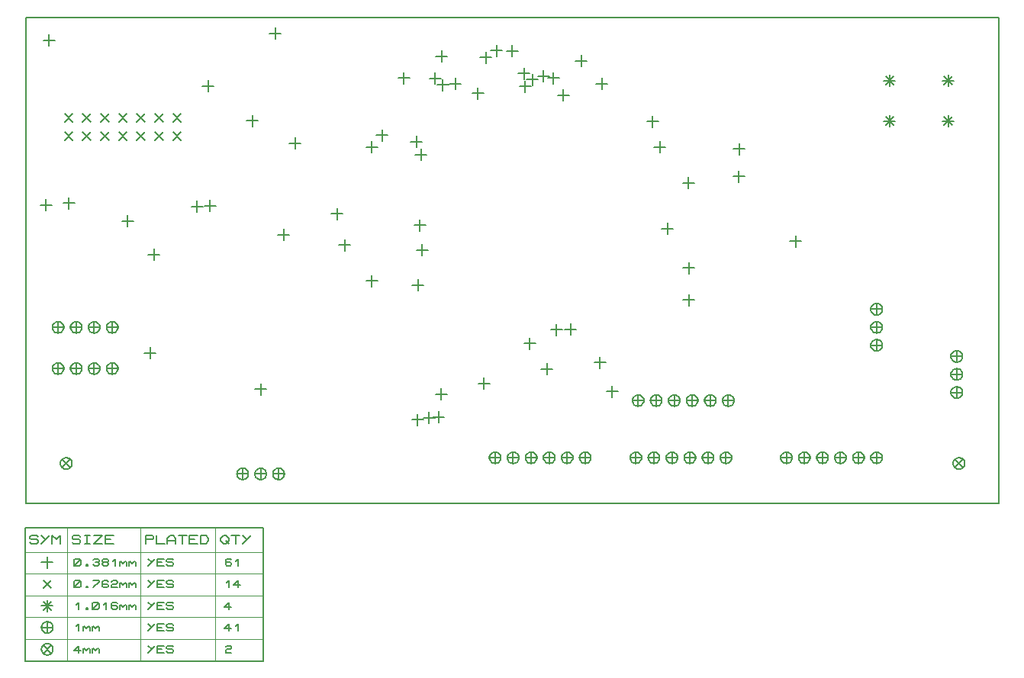
<source format=gbr>
G04 PROTEUS RS274X GERBER FILE*
%FSLAX45Y45*%
%MOMM*%
G01*
%ADD28C,0.203200*%
%ADD78C,0.127000*%
%ADD82C,0.063500*%
D28*
X+2870200Y-2260600D02*
X+2870200Y-2387600D01*
X+2806700Y-2324100D02*
X+2933700Y-2324100D01*
X+296957Y-4679126D02*
X+296957Y-4806126D01*
X+233457Y-4742626D02*
X+360457Y-4742626D01*
X-825500Y-1206500D02*
X-825500Y-1333500D01*
X-889000Y-1270000D02*
X-762000Y-1270000D01*
X+3251200Y-2335710D02*
X+3251200Y-2462710D01*
X+3187700Y-2399210D02*
X+3314700Y-2399210D01*
X+3499093Y-5392326D02*
X+3499093Y-5519326D01*
X+3435593Y-5455826D02*
X+3562593Y-5455826D01*
X+3391926Y-5400885D02*
X+3391926Y-5527885D01*
X+3328426Y-5464385D02*
X+3455426Y-5464385D01*
X+3262876Y-5419059D02*
X+3262876Y-5546059D01*
X+3199376Y-5482559D02*
X+3326376Y-5482559D01*
X+4539700Y-1642193D02*
X+4539700Y-1769193D01*
X+4476200Y-1705693D02*
X+4603200Y-1705693D01*
X+337490Y-3586103D02*
X+337490Y-3713103D01*
X+273990Y-3649603D02*
X+400990Y-3649603D01*
X-606300Y-3017488D02*
X-606300Y-3144488D01*
X-669800Y-3080988D02*
X-542800Y-3080988D01*
X+4000500Y-5016500D02*
X+4000500Y-5143500D01*
X+3937000Y-5080000D02*
X+4064000Y-5080000D01*
X+5950637Y-2391899D02*
X+5950637Y-2518899D01*
X+5887137Y-2455399D02*
X+6014137Y-2455399D01*
X+3302000Y-2476500D02*
X+3302000Y-2603500D01*
X+3238500Y-2540000D02*
X+3365500Y-2540000D01*
X+939800Y-1714500D02*
X+939800Y-1841500D01*
X+876300Y-1778000D02*
X+1003300Y-1778000D01*
X+961073Y-3045600D02*
X+961073Y-3172600D01*
X+897573Y-3109100D02*
X+1024573Y-3109100D01*
X+818252Y-3052100D02*
X+818252Y-3179100D01*
X+754752Y-3115600D02*
X+881752Y-3115600D01*
X+5422900Y-5105400D02*
X+5422900Y-5232400D01*
X+5359400Y-5168900D02*
X+5486400Y-5168900D01*
X+1905000Y-2349500D02*
X+1905000Y-2476500D01*
X+1841500Y-2413000D02*
X+1968500Y-2413000D01*
X+1778000Y-3365500D02*
X+1778000Y-3492500D01*
X+1714500Y-3429000D02*
X+1841500Y-3429000D01*
X+45274Y-3212639D02*
X+45274Y-3339639D01*
X-18226Y-3276139D02*
X+108774Y-3276139D01*
X+4804966Y-4419600D02*
X+4804966Y-4546600D01*
X+4741466Y-4483100D02*
X+4868466Y-4483100D01*
X+4962849Y-4417034D02*
X+4962849Y-4544034D01*
X+4899349Y-4480534D02*
X+5026349Y-4480534D01*
X+3289222Y-3261500D02*
X+3289222Y-3388500D01*
X+3225722Y-3325000D02*
X+3352722Y-3325000D01*
X+3931405Y-1794755D02*
X+3931405Y-1921755D01*
X+3867905Y-1858255D02*
X+3994905Y-1858255D01*
X+4508500Y-4572000D02*
X+4508500Y-4699000D01*
X+4445000Y-4635500D02*
X+4572000Y-4635500D01*
X+3313388Y-3537336D02*
X+3313388Y-3664336D01*
X+3249888Y-3600836D02*
X+3376888Y-3600836D01*
X+2372206Y-3132556D02*
X+2372206Y-3259556D01*
X+2308706Y-3196056D02*
X+2435706Y-3196056D01*
X+2455828Y-3483119D02*
X+2455828Y-3610119D01*
X+2392328Y-3546619D02*
X+2519328Y-3546619D01*
X-857028Y-3037659D02*
X-857028Y-3164659D01*
X-920528Y-3101159D02*
X-793528Y-3101159D01*
X+6273800Y-4089400D02*
X+6273800Y-4216400D01*
X+6210300Y-4152900D02*
X+6337300Y-4152900D01*
X+6273800Y-3733800D02*
X+6273800Y-3860800D01*
X+6210300Y-3797300D02*
X+6337300Y-3797300D01*
X+6268211Y-2791511D02*
X+6268211Y-2918511D01*
X+6204711Y-2855011D02*
X+6331711Y-2855011D01*
X+1524000Y-5080000D02*
X+1524000Y-5207000D01*
X+1460500Y-5143500D02*
X+1587500Y-5143500D01*
X+3683000Y-1689100D02*
X+3683000Y-1816100D01*
X+3619500Y-1752600D02*
X+3746500Y-1752600D01*
X+4458798Y-1721713D02*
X+4458798Y-1848713D01*
X+4395298Y-1785213D02*
X+4522298Y-1785213D01*
X+1433045Y-2102172D02*
X+1433045Y-2229172D01*
X+1369545Y-2165672D02*
X+1496545Y-2165672D01*
X+6829674Y-2720793D02*
X+6829674Y-2847793D01*
X+6766174Y-2784293D02*
X+6893174Y-2784293D01*
X+6832600Y-2413000D02*
X+6832600Y-2540000D01*
X+6769100Y-2476500D02*
X+6896100Y-2476500D01*
X+5873205Y-2108655D02*
X+5873205Y-2235655D01*
X+5809705Y-2172155D02*
X+5936705Y-2172155D01*
X+4772378Y-1628728D02*
X+4772378Y-1755728D01*
X+4708878Y-1692228D02*
X+4835878Y-1692228D01*
X+4663171Y-1607869D02*
X+4663171Y-1734869D01*
X+4599671Y-1671369D02*
X+4726671Y-1671369D01*
X+5080000Y-1435100D02*
X+5080000Y-1562100D01*
X+5016500Y-1498600D02*
X+5143500Y-1498600D01*
X+4445000Y-1574800D02*
X+4445000Y-1701800D01*
X+4381500Y-1638300D02*
X+4508500Y-1638300D01*
X+3543300Y-1701800D02*
X+3543300Y-1828800D01*
X+3479800Y-1765300D02*
X+3606800Y-1765300D01*
X+2757181Y-3879844D02*
X+2757181Y-4006844D01*
X+2693681Y-3943344D02*
X+2820681Y-3943344D01*
X+2754646Y-2392183D02*
X+2754646Y-2519183D01*
X+2691146Y-2455683D02*
X+2818146Y-2455683D01*
X+5308600Y-1689100D02*
X+5308600Y-1816100D01*
X+5245100Y-1752600D02*
X+5372100Y-1752600D01*
X+3458583Y-1629633D02*
X+3458583Y-1756633D01*
X+3395083Y-1693133D02*
X+3522083Y-1693133D01*
X+3110292Y-1629008D02*
X+3110292Y-1756008D01*
X+3046792Y-1692508D02*
X+3173792Y-1692508D01*
X+3530600Y-1384300D02*
X+3530600Y-1511300D01*
X+3467100Y-1447800D02*
X+3594100Y-1447800D01*
X+4022571Y-1397904D02*
X+4022571Y-1524904D01*
X+3959071Y-1461404D02*
X+4086071Y-1461404D01*
X+4313581Y-1325050D02*
X+4313581Y-1452050D01*
X+4250081Y-1388550D02*
X+4377081Y-1388550D01*
X+4140200Y-1320800D02*
X+4140200Y-1447800D01*
X+4076700Y-1384300D02*
X+4203700Y-1384300D01*
X+1683961Y-1131997D02*
X+1683961Y-1258997D01*
X+1620461Y-1195497D02*
X+1747461Y-1195497D01*
X+3269501Y-3926516D02*
X+3269501Y-4053516D01*
X+3206001Y-3990016D02*
X+3333001Y-3990016D01*
X+3525839Y-5137104D02*
X+3525839Y-5264104D01*
X+3462339Y-5200604D02*
X+3589339Y-5200604D01*
X+7458900Y-3437702D02*
X+7458900Y-3564702D01*
X+7395400Y-3501202D02*
X+7522400Y-3501202D01*
X+4699098Y-4857683D02*
X+4699098Y-4984683D01*
X+4635598Y-4921183D02*
X+4762598Y-4921183D01*
X+6037274Y-3298916D02*
X+6037274Y-3425916D01*
X+5973774Y-3362416D02*
X+6100774Y-3362416D01*
X+5287881Y-4783745D02*
X+5287881Y-4910745D01*
X+5224381Y-4847245D02*
X+5351381Y-4847245D01*
X+4882848Y-1816474D02*
X+4882848Y-1943474D01*
X+4819348Y-1879974D02*
X+4946348Y-1879974D01*
X+9309100Y-5181500D02*
X+9308883Y-5176253D01*
X+9307118Y-5165758D01*
X+9303426Y-5155263D01*
X+9297398Y-5144768D01*
X+9288176Y-5134388D01*
X+9277681Y-5126700D01*
X+9267186Y-5121782D01*
X+9256691Y-5118976D01*
X+9246196Y-5118003D01*
X+9245600Y-5118000D01*
X+9182100Y-5181500D02*
X+9182317Y-5176253D01*
X+9184082Y-5165758D01*
X+9187774Y-5155263D01*
X+9193802Y-5144768D01*
X+9203024Y-5134388D01*
X+9213519Y-5126700D01*
X+9224014Y-5121782D01*
X+9234509Y-5118976D01*
X+9245004Y-5118003D01*
X+9245600Y-5118000D01*
X+9182100Y-5181500D02*
X+9182317Y-5186747D01*
X+9184082Y-5197242D01*
X+9187774Y-5207737D01*
X+9193802Y-5218232D01*
X+9203024Y-5228612D01*
X+9213519Y-5236300D01*
X+9224014Y-5241218D01*
X+9234509Y-5244024D01*
X+9245004Y-5244997D01*
X+9245600Y-5245000D01*
X+9309100Y-5181500D02*
X+9308883Y-5186747D01*
X+9307118Y-5197242D01*
X+9303426Y-5207737D01*
X+9297398Y-5218232D01*
X+9288176Y-5228612D01*
X+9277681Y-5236300D01*
X+9267186Y-5241218D01*
X+9256691Y-5244024D01*
X+9246196Y-5244997D01*
X+9245600Y-5245000D01*
X+9245600Y-5118000D02*
X+9245600Y-5245000D01*
X+9182100Y-5181500D02*
X+9309100Y-5181500D01*
X+9309100Y-4981500D02*
X+9308883Y-4976253D01*
X+9307118Y-4965758D01*
X+9303426Y-4955263D01*
X+9297398Y-4944768D01*
X+9288176Y-4934388D01*
X+9277681Y-4926700D01*
X+9267186Y-4921782D01*
X+9256691Y-4918976D01*
X+9246196Y-4918003D01*
X+9245600Y-4918000D01*
X+9182100Y-4981500D02*
X+9182317Y-4976253D01*
X+9184082Y-4965758D01*
X+9187774Y-4955263D01*
X+9193802Y-4944768D01*
X+9203024Y-4934388D01*
X+9213519Y-4926700D01*
X+9224014Y-4921782D01*
X+9234509Y-4918976D01*
X+9245004Y-4918003D01*
X+9245600Y-4918000D01*
X+9182100Y-4981500D02*
X+9182317Y-4986747D01*
X+9184082Y-4997242D01*
X+9187774Y-5007737D01*
X+9193802Y-5018232D01*
X+9203024Y-5028612D01*
X+9213519Y-5036300D01*
X+9224014Y-5041218D01*
X+9234509Y-5044024D01*
X+9245004Y-5044997D01*
X+9245600Y-5045000D01*
X+9309100Y-4981500D02*
X+9308883Y-4986747D01*
X+9307118Y-4997242D01*
X+9303426Y-5007737D01*
X+9297398Y-5018232D01*
X+9288176Y-5028612D01*
X+9277681Y-5036300D01*
X+9267186Y-5041218D01*
X+9256691Y-5044024D01*
X+9246196Y-5044997D01*
X+9245600Y-5045000D01*
X+9245600Y-4918000D02*
X+9245600Y-5045000D01*
X+9182100Y-4981500D02*
X+9309100Y-4981500D01*
X+9309100Y-4781500D02*
X+9308883Y-4776253D01*
X+9307118Y-4765758D01*
X+9303426Y-4755263D01*
X+9297398Y-4744768D01*
X+9288176Y-4734388D01*
X+9277681Y-4726700D01*
X+9267186Y-4721782D01*
X+9256691Y-4718976D01*
X+9246196Y-4718003D01*
X+9245600Y-4718000D01*
X+9182100Y-4781500D02*
X+9182317Y-4776253D01*
X+9184082Y-4765758D01*
X+9187774Y-4755263D01*
X+9193802Y-4744768D01*
X+9203024Y-4734388D01*
X+9213519Y-4726700D01*
X+9224014Y-4721782D01*
X+9234509Y-4718976D01*
X+9245004Y-4718003D01*
X+9245600Y-4718000D01*
X+9182100Y-4781500D02*
X+9182317Y-4786747D01*
X+9184082Y-4797242D01*
X+9187774Y-4807737D01*
X+9193802Y-4818232D01*
X+9203024Y-4828612D01*
X+9213519Y-4836300D01*
X+9224014Y-4841218D01*
X+9234509Y-4844024D01*
X+9245004Y-4844997D01*
X+9245600Y-4845000D01*
X+9309100Y-4781500D02*
X+9308883Y-4786747D01*
X+9307118Y-4797242D01*
X+9303426Y-4807737D01*
X+9297398Y-4818232D01*
X+9288176Y-4828612D01*
X+9277681Y-4836300D01*
X+9267186Y-4841218D01*
X+9256691Y-4844024D01*
X+9246196Y-4844997D01*
X+9245600Y-4845000D01*
X+9245600Y-4718000D02*
X+9245600Y-4845000D01*
X+9182100Y-4781500D02*
X+9309100Y-4781500D01*
X+8420000Y-5905500D02*
X+8419783Y-5900253D01*
X+8418018Y-5889758D01*
X+8414326Y-5879263D01*
X+8408298Y-5868768D01*
X+8399076Y-5858388D01*
X+8388581Y-5850700D01*
X+8378086Y-5845782D01*
X+8367591Y-5842976D01*
X+8357096Y-5842003D01*
X+8356500Y-5842000D01*
X+8293000Y-5905500D02*
X+8293217Y-5900253D01*
X+8294982Y-5889758D01*
X+8298674Y-5879263D01*
X+8304702Y-5868768D01*
X+8313924Y-5858388D01*
X+8324419Y-5850700D01*
X+8334914Y-5845782D01*
X+8345409Y-5842976D01*
X+8355904Y-5842003D01*
X+8356500Y-5842000D01*
X+8293000Y-5905500D02*
X+8293217Y-5910747D01*
X+8294982Y-5921242D01*
X+8298674Y-5931737D01*
X+8304702Y-5942232D01*
X+8313924Y-5952612D01*
X+8324419Y-5960300D01*
X+8334914Y-5965218D01*
X+8345409Y-5968024D01*
X+8355904Y-5968997D01*
X+8356500Y-5969000D01*
X+8420000Y-5905500D02*
X+8419783Y-5910747D01*
X+8418018Y-5921242D01*
X+8414326Y-5931737D01*
X+8408298Y-5942232D01*
X+8399076Y-5952612D01*
X+8388581Y-5960300D01*
X+8378086Y-5965218D01*
X+8367591Y-5968024D01*
X+8357096Y-5968997D01*
X+8356500Y-5969000D01*
X+8356500Y-5842000D02*
X+8356500Y-5969000D01*
X+8293000Y-5905500D02*
X+8420000Y-5905500D01*
X+8220000Y-5905500D02*
X+8219783Y-5900253D01*
X+8218018Y-5889758D01*
X+8214326Y-5879263D01*
X+8208298Y-5868768D01*
X+8199076Y-5858388D01*
X+8188581Y-5850700D01*
X+8178086Y-5845782D01*
X+8167591Y-5842976D01*
X+8157096Y-5842003D01*
X+8156500Y-5842000D01*
X+8093000Y-5905500D02*
X+8093217Y-5900253D01*
X+8094982Y-5889758D01*
X+8098674Y-5879263D01*
X+8104702Y-5868768D01*
X+8113924Y-5858388D01*
X+8124419Y-5850700D01*
X+8134914Y-5845782D01*
X+8145409Y-5842976D01*
X+8155904Y-5842003D01*
X+8156500Y-5842000D01*
X+8093000Y-5905500D02*
X+8093217Y-5910747D01*
X+8094982Y-5921242D01*
X+8098674Y-5931737D01*
X+8104702Y-5942232D01*
X+8113924Y-5952612D01*
X+8124419Y-5960300D01*
X+8134914Y-5965218D01*
X+8145409Y-5968024D01*
X+8155904Y-5968997D01*
X+8156500Y-5969000D01*
X+8220000Y-5905500D02*
X+8219783Y-5910747D01*
X+8218018Y-5921242D01*
X+8214326Y-5931737D01*
X+8208298Y-5942232D01*
X+8199076Y-5952612D01*
X+8188581Y-5960300D01*
X+8178086Y-5965218D01*
X+8167591Y-5968024D01*
X+8157096Y-5968997D01*
X+8156500Y-5969000D01*
X+8156500Y-5842000D02*
X+8156500Y-5969000D01*
X+8093000Y-5905500D02*
X+8220000Y-5905500D01*
X+8020000Y-5905500D02*
X+8019783Y-5900253D01*
X+8018018Y-5889758D01*
X+8014326Y-5879263D01*
X+8008298Y-5868768D01*
X+7999076Y-5858388D01*
X+7988581Y-5850700D01*
X+7978086Y-5845782D01*
X+7967591Y-5842976D01*
X+7957096Y-5842003D01*
X+7956500Y-5842000D01*
X+7893000Y-5905500D02*
X+7893217Y-5900253D01*
X+7894982Y-5889758D01*
X+7898674Y-5879263D01*
X+7904702Y-5868768D01*
X+7913924Y-5858388D01*
X+7924419Y-5850700D01*
X+7934914Y-5845782D01*
X+7945409Y-5842976D01*
X+7955904Y-5842003D01*
X+7956500Y-5842000D01*
X+7893000Y-5905500D02*
X+7893217Y-5910747D01*
X+7894982Y-5921242D01*
X+7898674Y-5931737D01*
X+7904702Y-5942232D01*
X+7913924Y-5952612D01*
X+7924419Y-5960300D01*
X+7934914Y-5965218D01*
X+7945409Y-5968024D01*
X+7955904Y-5968997D01*
X+7956500Y-5969000D01*
X+8020000Y-5905500D02*
X+8019783Y-5910747D01*
X+8018018Y-5921242D01*
X+8014326Y-5931737D01*
X+8008298Y-5942232D01*
X+7999076Y-5952612D01*
X+7988581Y-5960300D01*
X+7978086Y-5965218D01*
X+7967591Y-5968024D01*
X+7957096Y-5968997D01*
X+7956500Y-5969000D01*
X+7956500Y-5842000D02*
X+7956500Y-5969000D01*
X+7893000Y-5905500D02*
X+8020000Y-5905500D01*
X+7820000Y-5905500D02*
X+7819783Y-5900253D01*
X+7818018Y-5889758D01*
X+7814326Y-5879263D01*
X+7808298Y-5868768D01*
X+7799076Y-5858388D01*
X+7788581Y-5850700D01*
X+7778086Y-5845782D01*
X+7767591Y-5842976D01*
X+7757096Y-5842003D01*
X+7756500Y-5842000D01*
X+7693000Y-5905500D02*
X+7693217Y-5900253D01*
X+7694982Y-5889758D01*
X+7698674Y-5879263D01*
X+7704702Y-5868768D01*
X+7713924Y-5858388D01*
X+7724419Y-5850700D01*
X+7734914Y-5845782D01*
X+7745409Y-5842976D01*
X+7755904Y-5842003D01*
X+7756500Y-5842000D01*
X+7693000Y-5905500D02*
X+7693217Y-5910747D01*
X+7694982Y-5921242D01*
X+7698674Y-5931737D01*
X+7704702Y-5942232D01*
X+7713924Y-5952612D01*
X+7724419Y-5960300D01*
X+7734914Y-5965218D01*
X+7745409Y-5968024D01*
X+7755904Y-5968997D01*
X+7756500Y-5969000D01*
X+7820000Y-5905500D02*
X+7819783Y-5910747D01*
X+7818018Y-5921242D01*
X+7814326Y-5931737D01*
X+7808298Y-5942232D01*
X+7799076Y-5952612D01*
X+7788581Y-5960300D01*
X+7778086Y-5965218D01*
X+7767591Y-5968024D01*
X+7757096Y-5968997D01*
X+7756500Y-5969000D01*
X+7756500Y-5842000D02*
X+7756500Y-5969000D01*
X+7693000Y-5905500D02*
X+7820000Y-5905500D01*
X+7620000Y-5905500D02*
X+7619783Y-5900253D01*
X+7618018Y-5889758D01*
X+7614326Y-5879263D01*
X+7608298Y-5868768D01*
X+7599076Y-5858388D01*
X+7588581Y-5850700D01*
X+7578086Y-5845782D01*
X+7567591Y-5842976D01*
X+7557096Y-5842003D01*
X+7556500Y-5842000D01*
X+7493000Y-5905500D02*
X+7493217Y-5900253D01*
X+7494982Y-5889758D01*
X+7498674Y-5879263D01*
X+7504702Y-5868768D01*
X+7513924Y-5858388D01*
X+7524419Y-5850700D01*
X+7534914Y-5845782D01*
X+7545409Y-5842976D01*
X+7555904Y-5842003D01*
X+7556500Y-5842000D01*
X+7493000Y-5905500D02*
X+7493217Y-5910747D01*
X+7494982Y-5921242D01*
X+7498674Y-5931737D01*
X+7504702Y-5942232D01*
X+7513924Y-5952612D01*
X+7524419Y-5960300D01*
X+7534914Y-5965218D01*
X+7545409Y-5968024D01*
X+7555904Y-5968997D01*
X+7556500Y-5969000D01*
X+7620000Y-5905500D02*
X+7619783Y-5910747D01*
X+7618018Y-5921242D01*
X+7614326Y-5931737D01*
X+7608298Y-5942232D01*
X+7599076Y-5952612D01*
X+7588581Y-5960300D01*
X+7578086Y-5965218D01*
X+7567591Y-5968024D01*
X+7557096Y-5968997D01*
X+7556500Y-5969000D01*
X+7556500Y-5842000D02*
X+7556500Y-5969000D01*
X+7493000Y-5905500D02*
X+7620000Y-5905500D01*
X+7420000Y-5905500D02*
X+7419783Y-5900253D01*
X+7418018Y-5889758D01*
X+7414326Y-5879263D01*
X+7408298Y-5868768D01*
X+7399076Y-5858388D01*
X+7388581Y-5850700D01*
X+7378086Y-5845782D01*
X+7367591Y-5842976D01*
X+7357096Y-5842003D01*
X+7356500Y-5842000D01*
X+7293000Y-5905500D02*
X+7293217Y-5900253D01*
X+7294982Y-5889758D01*
X+7298674Y-5879263D01*
X+7304702Y-5868768D01*
X+7313924Y-5858388D01*
X+7324419Y-5850700D01*
X+7334914Y-5845782D01*
X+7345409Y-5842976D01*
X+7355904Y-5842003D01*
X+7356500Y-5842000D01*
X+7293000Y-5905500D02*
X+7293217Y-5910747D01*
X+7294982Y-5921242D01*
X+7298674Y-5931737D01*
X+7304702Y-5942232D01*
X+7313924Y-5952612D01*
X+7324419Y-5960300D01*
X+7334914Y-5965218D01*
X+7345409Y-5968024D01*
X+7355904Y-5968997D01*
X+7356500Y-5969000D01*
X+7420000Y-5905500D02*
X+7419783Y-5910747D01*
X+7418018Y-5921242D01*
X+7414326Y-5931737D01*
X+7408298Y-5942232D01*
X+7399076Y-5952612D01*
X+7388581Y-5960300D01*
X+7378086Y-5965218D01*
X+7367591Y-5968024D01*
X+7357096Y-5968997D01*
X+7356500Y-5969000D01*
X+7356500Y-5842000D02*
X+7356500Y-5969000D01*
X+7293000Y-5905500D02*
X+7420000Y-5905500D01*
X+9334500Y-5969000D02*
X+9334283Y-5963753D01*
X+9332518Y-5953258D01*
X+9328826Y-5942763D01*
X+9322798Y-5932268D01*
X+9313576Y-5921888D01*
X+9303081Y-5914200D01*
X+9292586Y-5909282D01*
X+9282091Y-5906476D01*
X+9271596Y-5905503D01*
X+9271000Y-5905500D01*
X+9207500Y-5969000D02*
X+9207717Y-5963753D01*
X+9209482Y-5953258D01*
X+9213174Y-5942763D01*
X+9219202Y-5932268D01*
X+9228424Y-5921888D01*
X+9238919Y-5914200D01*
X+9249414Y-5909282D01*
X+9259909Y-5906476D01*
X+9270404Y-5905503D01*
X+9271000Y-5905500D01*
X+9207500Y-5969000D02*
X+9207717Y-5974247D01*
X+9209482Y-5984742D01*
X+9213174Y-5995237D01*
X+9219202Y-6005732D01*
X+9228424Y-6016112D01*
X+9238919Y-6023800D01*
X+9249414Y-6028718D01*
X+9259909Y-6031524D01*
X+9270404Y-6032497D01*
X+9271000Y-6032500D01*
X+9334500Y-5969000D02*
X+9334283Y-5974247D01*
X+9332518Y-5984742D01*
X+9328826Y-5995237D01*
X+9322798Y-6005732D01*
X+9313576Y-6016112D01*
X+9303081Y-6023800D01*
X+9292586Y-6028718D01*
X+9282091Y-6031524D01*
X+9271596Y-6032497D01*
X+9271000Y-6032500D01*
X+9226099Y-5924099D02*
X+9315901Y-6013901D01*
X+9226099Y-6013901D02*
X+9315901Y-5924099D01*
X-571500Y-5969000D02*
X-571717Y-5963753D01*
X-573482Y-5953258D01*
X-577174Y-5942763D01*
X-583202Y-5932268D01*
X-592424Y-5921888D01*
X-602919Y-5914200D01*
X-613414Y-5909282D01*
X-623909Y-5906476D01*
X-634404Y-5905503D01*
X-635000Y-5905500D01*
X-698500Y-5969000D02*
X-698283Y-5963753D01*
X-696518Y-5953258D01*
X-692826Y-5942763D01*
X-686798Y-5932268D01*
X-677576Y-5921888D01*
X-667081Y-5914200D01*
X-656586Y-5909282D01*
X-646091Y-5906476D01*
X-635596Y-5905503D01*
X-635000Y-5905500D01*
X-698500Y-5969000D02*
X-698283Y-5974247D01*
X-696518Y-5984742D01*
X-692826Y-5995237D01*
X-686798Y-6005732D01*
X-677576Y-6016112D01*
X-667081Y-6023800D01*
X-656586Y-6028718D01*
X-646091Y-6031524D01*
X-635596Y-6032497D01*
X-635000Y-6032500D01*
X-571500Y-5969000D02*
X-571717Y-5974247D01*
X-573482Y-5984742D01*
X-577174Y-5995237D01*
X-583202Y-6005732D01*
X-592424Y-6016112D01*
X-602919Y-6023800D01*
X-613414Y-6028718D01*
X-623909Y-6031524D01*
X-634404Y-6032497D01*
X-635000Y-6032500D01*
X-679901Y-5924099D02*
X-590099Y-6013901D01*
X-679901Y-6013901D02*
X-590099Y-5924099D01*
X+4188000Y-5905500D02*
X+4187783Y-5900253D01*
X+4186018Y-5889758D01*
X+4182326Y-5879263D01*
X+4176298Y-5868768D01*
X+4167076Y-5858388D01*
X+4156581Y-5850700D01*
X+4146086Y-5845782D01*
X+4135591Y-5842976D01*
X+4125096Y-5842003D01*
X+4124500Y-5842000D01*
X+4061000Y-5905500D02*
X+4061217Y-5900253D01*
X+4062982Y-5889758D01*
X+4066674Y-5879263D01*
X+4072702Y-5868768D01*
X+4081924Y-5858388D01*
X+4092419Y-5850700D01*
X+4102914Y-5845782D01*
X+4113409Y-5842976D01*
X+4123904Y-5842003D01*
X+4124500Y-5842000D01*
X+4061000Y-5905500D02*
X+4061217Y-5910747D01*
X+4062982Y-5921242D01*
X+4066674Y-5931737D01*
X+4072702Y-5942232D01*
X+4081924Y-5952612D01*
X+4092419Y-5960300D01*
X+4102914Y-5965218D01*
X+4113409Y-5968024D01*
X+4123904Y-5968997D01*
X+4124500Y-5969000D01*
X+4188000Y-5905500D02*
X+4187783Y-5910747D01*
X+4186018Y-5921242D01*
X+4182326Y-5931737D01*
X+4176298Y-5942232D01*
X+4167076Y-5952612D01*
X+4156581Y-5960300D01*
X+4146086Y-5965218D01*
X+4135591Y-5968024D01*
X+4125096Y-5968997D01*
X+4124500Y-5969000D01*
X+4124500Y-5842000D02*
X+4124500Y-5969000D01*
X+4061000Y-5905500D02*
X+4188000Y-5905500D01*
X+4388000Y-5905500D02*
X+4387783Y-5900253D01*
X+4386018Y-5889758D01*
X+4382326Y-5879263D01*
X+4376298Y-5868768D01*
X+4367076Y-5858388D01*
X+4356581Y-5850700D01*
X+4346086Y-5845782D01*
X+4335591Y-5842976D01*
X+4325096Y-5842003D01*
X+4324500Y-5842000D01*
X+4261000Y-5905500D02*
X+4261217Y-5900253D01*
X+4262982Y-5889758D01*
X+4266674Y-5879263D01*
X+4272702Y-5868768D01*
X+4281924Y-5858388D01*
X+4292419Y-5850700D01*
X+4302914Y-5845782D01*
X+4313409Y-5842976D01*
X+4323904Y-5842003D01*
X+4324500Y-5842000D01*
X+4261000Y-5905500D02*
X+4261217Y-5910747D01*
X+4262982Y-5921242D01*
X+4266674Y-5931737D01*
X+4272702Y-5942232D01*
X+4281924Y-5952612D01*
X+4292419Y-5960300D01*
X+4302914Y-5965218D01*
X+4313409Y-5968024D01*
X+4323904Y-5968997D01*
X+4324500Y-5969000D01*
X+4388000Y-5905500D02*
X+4387783Y-5910747D01*
X+4386018Y-5921242D01*
X+4382326Y-5931737D01*
X+4376298Y-5942232D01*
X+4367076Y-5952612D01*
X+4356581Y-5960300D01*
X+4346086Y-5965218D01*
X+4335591Y-5968024D01*
X+4325096Y-5968997D01*
X+4324500Y-5969000D01*
X+4324500Y-5842000D02*
X+4324500Y-5969000D01*
X+4261000Y-5905500D02*
X+4388000Y-5905500D01*
X+4588000Y-5905500D02*
X+4587783Y-5900253D01*
X+4586018Y-5889758D01*
X+4582326Y-5879263D01*
X+4576298Y-5868768D01*
X+4567076Y-5858388D01*
X+4556581Y-5850700D01*
X+4546086Y-5845782D01*
X+4535591Y-5842976D01*
X+4525096Y-5842003D01*
X+4524500Y-5842000D01*
X+4461000Y-5905500D02*
X+4461217Y-5900253D01*
X+4462982Y-5889758D01*
X+4466674Y-5879263D01*
X+4472702Y-5868768D01*
X+4481924Y-5858388D01*
X+4492419Y-5850700D01*
X+4502914Y-5845782D01*
X+4513409Y-5842976D01*
X+4523904Y-5842003D01*
X+4524500Y-5842000D01*
X+4461000Y-5905500D02*
X+4461217Y-5910747D01*
X+4462982Y-5921242D01*
X+4466674Y-5931737D01*
X+4472702Y-5942232D01*
X+4481924Y-5952612D01*
X+4492419Y-5960300D01*
X+4502914Y-5965218D01*
X+4513409Y-5968024D01*
X+4523904Y-5968997D01*
X+4524500Y-5969000D01*
X+4588000Y-5905500D02*
X+4587783Y-5910747D01*
X+4586018Y-5921242D01*
X+4582326Y-5931737D01*
X+4576298Y-5942232D01*
X+4567076Y-5952612D01*
X+4556581Y-5960300D01*
X+4546086Y-5965218D01*
X+4535591Y-5968024D01*
X+4525096Y-5968997D01*
X+4524500Y-5969000D01*
X+4524500Y-5842000D02*
X+4524500Y-5969000D01*
X+4461000Y-5905500D02*
X+4588000Y-5905500D01*
X+4788000Y-5905500D02*
X+4787783Y-5900253D01*
X+4786018Y-5889758D01*
X+4782326Y-5879263D01*
X+4776298Y-5868768D01*
X+4767076Y-5858388D01*
X+4756581Y-5850700D01*
X+4746086Y-5845782D01*
X+4735591Y-5842976D01*
X+4725096Y-5842003D01*
X+4724500Y-5842000D01*
X+4661000Y-5905500D02*
X+4661217Y-5900253D01*
X+4662982Y-5889758D01*
X+4666674Y-5879263D01*
X+4672702Y-5868768D01*
X+4681924Y-5858388D01*
X+4692419Y-5850700D01*
X+4702914Y-5845782D01*
X+4713409Y-5842976D01*
X+4723904Y-5842003D01*
X+4724500Y-5842000D01*
X+4661000Y-5905500D02*
X+4661217Y-5910747D01*
X+4662982Y-5921242D01*
X+4666674Y-5931737D01*
X+4672702Y-5942232D01*
X+4681924Y-5952612D01*
X+4692419Y-5960300D01*
X+4702914Y-5965218D01*
X+4713409Y-5968024D01*
X+4723904Y-5968997D01*
X+4724500Y-5969000D01*
X+4788000Y-5905500D02*
X+4787783Y-5910747D01*
X+4786018Y-5921242D01*
X+4782326Y-5931737D01*
X+4776298Y-5942232D01*
X+4767076Y-5952612D01*
X+4756581Y-5960300D01*
X+4746086Y-5965218D01*
X+4735591Y-5968024D01*
X+4725096Y-5968997D01*
X+4724500Y-5969000D01*
X+4724500Y-5842000D02*
X+4724500Y-5969000D01*
X+4661000Y-5905500D02*
X+4788000Y-5905500D01*
X+4988000Y-5905500D02*
X+4987783Y-5900253D01*
X+4986018Y-5889758D01*
X+4982326Y-5879263D01*
X+4976298Y-5868768D01*
X+4967076Y-5858388D01*
X+4956581Y-5850700D01*
X+4946086Y-5845782D01*
X+4935591Y-5842976D01*
X+4925096Y-5842003D01*
X+4924500Y-5842000D01*
X+4861000Y-5905500D02*
X+4861217Y-5900253D01*
X+4862982Y-5889758D01*
X+4866674Y-5879263D01*
X+4872702Y-5868768D01*
X+4881924Y-5858388D01*
X+4892419Y-5850700D01*
X+4902914Y-5845782D01*
X+4913409Y-5842976D01*
X+4923904Y-5842003D01*
X+4924500Y-5842000D01*
X+4861000Y-5905500D02*
X+4861217Y-5910747D01*
X+4862982Y-5921242D01*
X+4866674Y-5931737D01*
X+4872702Y-5942232D01*
X+4881924Y-5952612D01*
X+4892419Y-5960300D01*
X+4902914Y-5965218D01*
X+4913409Y-5968024D01*
X+4923904Y-5968997D01*
X+4924500Y-5969000D01*
X+4988000Y-5905500D02*
X+4987783Y-5910747D01*
X+4986018Y-5921242D01*
X+4982326Y-5931737D01*
X+4976298Y-5942232D01*
X+4967076Y-5952612D01*
X+4956581Y-5960300D01*
X+4946086Y-5965218D01*
X+4935591Y-5968024D01*
X+4925096Y-5968997D01*
X+4924500Y-5969000D01*
X+4924500Y-5842000D02*
X+4924500Y-5969000D01*
X+4861000Y-5905500D02*
X+4988000Y-5905500D01*
X+5188000Y-5905500D02*
X+5187783Y-5900253D01*
X+5186018Y-5889758D01*
X+5182326Y-5879263D01*
X+5176298Y-5868768D01*
X+5167076Y-5858388D01*
X+5156581Y-5850700D01*
X+5146086Y-5845782D01*
X+5135591Y-5842976D01*
X+5125096Y-5842003D01*
X+5124500Y-5842000D01*
X+5061000Y-5905500D02*
X+5061217Y-5900253D01*
X+5062982Y-5889758D01*
X+5066674Y-5879263D01*
X+5072702Y-5868768D01*
X+5081924Y-5858388D01*
X+5092419Y-5850700D01*
X+5102914Y-5845782D01*
X+5113409Y-5842976D01*
X+5123904Y-5842003D01*
X+5124500Y-5842000D01*
X+5061000Y-5905500D02*
X+5061217Y-5910747D01*
X+5062982Y-5921242D01*
X+5066674Y-5931737D01*
X+5072702Y-5942232D01*
X+5081924Y-5952612D01*
X+5092419Y-5960300D01*
X+5102914Y-5965218D01*
X+5113409Y-5968024D01*
X+5123904Y-5968997D01*
X+5124500Y-5969000D01*
X+5188000Y-5905500D02*
X+5187783Y-5910747D01*
X+5186018Y-5921242D01*
X+5182326Y-5931737D01*
X+5176298Y-5942232D01*
X+5167076Y-5952612D01*
X+5156581Y-5960300D01*
X+5146086Y-5965218D01*
X+5135591Y-5968024D01*
X+5125096Y-5968997D01*
X+5124500Y-5969000D01*
X+5124500Y-5842000D02*
X+5124500Y-5969000D01*
X+5061000Y-5905500D02*
X+5188000Y-5905500D01*
X+5750000Y-5905500D02*
X+5749783Y-5900253D01*
X+5748018Y-5889758D01*
X+5744326Y-5879263D01*
X+5738298Y-5868768D01*
X+5729076Y-5858388D01*
X+5718581Y-5850700D01*
X+5708086Y-5845782D01*
X+5697591Y-5842976D01*
X+5687096Y-5842003D01*
X+5686500Y-5842000D01*
X+5623000Y-5905500D02*
X+5623217Y-5900253D01*
X+5624982Y-5889758D01*
X+5628674Y-5879263D01*
X+5634702Y-5868768D01*
X+5643924Y-5858388D01*
X+5654419Y-5850700D01*
X+5664914Y-5845782D01*
X+5675409Y-5842976D01*
X+5685904Y-5842003D01*
X+5686500Y-5842000D01*
X+5623000Y-5905500D02*
X+5623217Y-5910747D01*
X+5624982Y-5921242D01*
X+5628674Y-5931737D01*
X+5634702Y-5942232D01*
X+5643924Y-5952612D01*
X+5654419Y-5960300D01*
X+5664914Y-5965218D01*
X+5675409Y-5968024D01*
X+5685904Y-5968997D01*
X+5686500Y-5969000D01*
X+5750000Y-5905500D02*
X+5749783Y-5910747D01*
X+5748018Y-5921242D01*
X+5744326Y-5931737D01*
X+5738298Y-5942232D01*
X+5729076Y-5952612D01*
X+5718581Y-5960300D01*
X+5708086Y-5965218D01*
X+5697591Y-5968024D01*
X+5687096Y-5968997D01*
X+5686500Y-5969000D01*
X+5686500Y-5842000D02*
X+5686500Y-5969000D01*
X+5623000Y-5905500D02*
X+5750000Y-5905500D01*
X+5950000Y-5905500D02*
X+5949783Y-5900253D01*
X+5948018Y-5889758D01*
X+5944326Y-5879263D01*
X+5938298Y-5868768D01*
X+5929076Y-5858388D01*
X+5918581Y-5850700D01*
X+5908086Y-5845782D01*
X+5897591Y-5842976D01*
X+5887096Y-5842003D01*
X+5886500Y-5842000D01*
X+5823000Y-5905500D02*
X+5823217Y-5900253D01*
X+5824982Y-5889758D01*
X+5828674Y-5879263D01*
X+5834702Y-5868768D01*
X+5843924Y-5858388D01*
X+5854419Y-5850700D01*
X+5864914Y-5845782D01*
X+5875409Y-5842976D01*
X+5885904Y-5842003D01*
X+5886500Y-5842000D01*
X+5823000Y-5905500D02*
X+5823217Y-5910747D01*
X+5824982Y-5921242D01*
X+5828674Y-5931737D01*
X+5834702Y-5942232D01*
X+5843924Y-5952612D01*
X+5854419Y-5960300D01*
X+5864914Y-5965218D01*
X+5875409Y-5968024D01*
X+5885904Y-5968997D01*
X+5886500Y-5969000D01*
X+5950000Y-5905500D02*
X+5949783Y-5910747D01*
X+5948018Y-5921242D01*
X+5944326Y-5931737D01*
X+5938298Y-5942232D01*
X+5929076Y-5952612D01*
X+5918581Y-5960300D01*
X+5908086Y-5965218D01*
X+5897591Y-5968024D01*
X+5887096Y-5968997D01*
X+5886500Y-5969000D01*
X+5886500Y-5842000D02*
X+5886500Y-5969000D01*
X+5823000Y-5905500D02*
X+5950000Y-5905500D01*
X+6150000Y-5905500D02*
X+6149783Y-5900253D01*
X+6148018Y-5889758D01*
X+6144326Y-5879263D01*
X+6138298Y-5868768D01*
X+6129076Y-5858388D01*
X+6118581Y-5850700D01*
X+6108086Y-5845782D01*
X+6097591Y-5842976D01*
X+6087096Y-5842003D01*
X+6086500Y-5842000D01*
X+6023000Y-5905500D02*
X+6023217Y-5900253D01*
X+6024982Y-5889758D01*
X+6028674Y-5879263D01*
X+6034702Y-5868768D01*
X+6043924Y-5858388D01*
X+6054419Y-5850700D01*
X+6064914Y-5845782D01*
X+6075409Y-5842976D01*
X+6085904Y-5842003D01*
X+6086500Y-5842000D01*
X+6023000Y-5905500D02*
X+6023217Y-5910747D01*
X+6024982Y-5921242D01*
X+6028674Y-5931737D01*
X+6034702Y-5942232D01*
X+6043924Y-5952612D01*
X+6054419Y-5960300D01*
X+6064914Y-5965218D01*
X+6075409Y-5968024D01*
X+6085904Y-5968997D01*
X+6086500Y-5969000D01*
X+6150000Y-5905500D02*
X+6149783Y-5910747D01*
X+6148018Y-5921242D01*
X+6144326Y-5931737D01*
X+6138298Y-5942232D01*
X+6129076Y-5952612D01*
X+6118581Y-5960300D01*
X+6108086Y-5965218D01*
X+6097591Y-5968024D01*
X+6087096Y-5968997D01*
X+6086500Y-5969000D01*
X+6086500Y-5842000D02*
X+6086500Y-5969000D01*
X+6023000Y-5905500D02*
X+6150000Y-5905500D01*
X+6350000Y-5905500D02*
X+6349783Y-5900253D01*
X+6348018Y-5889758D01*
X+6344326Y-5879263D01*
X+6338298Y-5868768D01*
X+6329076Y-5858388D01*
X+6318581Y-5850700D01*
X+6308086Y-5845782D01*
X+6297591Y-5842976D01*
X+6287096Y-5842003D01*
X+6286500Y-5842000D01*
X+6223000Y-5905500D02*
X+6223217Y-5900253D01*
X+6224982Y-5889758D01*
X+6228674Y-5879263D01*
X+6234702Y-5868768D01*
X+6243924Y-5858388D01*
X+6254419Y-5850700D01*
X+6264914Y-5845782D01*
X+6275409Y-5842976D01*
X+6285904Y-5842003D01*
X+6286500Y-5842000D01*
X+6223000Y-5905500D02*
X+6223217Y-5910747D01*
X+6224982Y-5921242D01*
X+6228674Y-5931737D01*
X+6234702Y-5942232D01*
X+6243924Y-5952612D01*
X+6254419Y-5960300D01*
X+6264914Y-5965218D01*
X+6275409Y-5968024D01*
X+6285904Y-5968997D01*
X+6286500Y-5969000D01*
X+6350000Y-5905500D02*
X+6349783Y-5910747D01*
X+6348018Y-5921242D01*
X+6344326Y-5931737D01*
X+6338298Y-5942232D01*
X+6329076Y-5952612D01*
X+6318581Y-5960300D01*
X+6308086Y-5965218D01*
X+6297591Y-5968024D01*
X+6287096Y-5968997D01*
X+6286500Y-5969000D01*
X+6286500Y-5842000D02*
X+6286500Y-5969000D01*
X+6223000Y-5905500D02*
X+6350000Y-5905500D01*
X+6550000Y-5905500D02*
X+6549783Y-5900253D01*
X+6548018Y-5889758D01*
X+6544326Y-5879263D01*
X+6538298Y-5868768D01*
X+6529076Y-5858388D01*
X+6518581Y-5850700D01*
X+6508086Y-5845782D01*
X+6497591Y-5842976D01*
X+6487096Y-5842003D01*
X+6486500Y-5842000D01*
X+6423000Y-5905500D02*
X+6423217Y-5900253D01*
X+6424982Y-5889758D01*
X+6428674Y-5879263D01*
X+6434702Y-5868768D01*
X+6443924Y-5858388D01*
X+6454419Y-5850700D01*
X+6464914Y-5845782D01*
X+6475409Y-5842976D01*
X+6485904Y-5842003D01*
X+6486500Y-5842000D01*
X+6423000Y-5905500D02*
X+6423217Y-5910747D01*
X+6424982Y-5921242D01*
X+6428674Y-5931737D01*
X+6434702Y-5942232D01*
X+6443924Y-5952612D01*
X+6454419Y-5960300D01*
X+6464914Y-5965218D01*
X+6475409Y-5968024D01*
X+6485904Y-5968997D01*
X+6486500Y-5969000D01*
X+6550000Y-5905500D02*
X+6549783Y-5910747D01*
X+6548018Y-5921242D01*
X+6544326Y-5931737D01*
X+6538298Y-5942232D01*
X+6529076Y-5952612D01*
X+6518581Y-5960300D01*
X+6508086Y-5965218D01*
X+6497591Y-5968024D01*
X+6487096Y-5968997D01*
X+6486500Y-5969000D01*
X+6486500Y-5842000D02*
X+6486500Y-5969000D01*
X+6423000Y-5905500D02*
X+6550000Y-5905500D01*
X+6750000Y-5905500D02*
X+6749783Y-5900253D01*
X+6748018Y-5889758D01*
X+6744326Y-5879263D01*
X+6738298Y-5868768D01*
X+6729076Y-5858388D01*
X+6718581Y-5850700D01*
X+6708086Y-5845782D01*
X+6697591Y-5842976D01*
X+6687096Y-5842003D01*
X+6686500Y-5842000D01*
X+6623000Y-5905500D02*
X+6623217Y-5900253D01*
X+6624982Y-5889758D01*
X+6628674Y-5879263D01*
X+6634702Y-5868768D01*
X+6643924Y-5858388D01*
X+6654419Y-5850700D01*
X+6664914Y-5845782D01*
X+6675409Y-5842976D01*
X+6685904Y-5842003D01*
X+6686500Y-5842000D01*
X+6623000Y-5905500D02*
X+6623217Y-5910747D01*
X+6624982Y-5921242D01*
X+6628674Y-5931737D01*
X+6634702Y-5942232D01*
X+6643924Y-5952612D01*
X+6654419Y-5960300D01*
X+6664914Y-5965218D01*
X+6675409Y-5968024D01*
X+6685904Y-5968997D01*
X+6686500Y-5969000D01*
X+6750000Y-5905500D02*
X+6749783Y-5910747D01*
X+6748018Y-5921242D01*
X+6744326Y-5931737D01*
X+6738298Y-5942232D01*
X+6729076Y-5952612D01*
X+6718581Y-5960300D01*
X+6708086Y-5965218D01*
X+6697591Y-5968024D01*
X+6687096Y-5968997D01*
X+6686500Y-5969000D01*
X+6686500Y-5842000D02*
X+6686500Y-5969000D01*
X+6623000Y-5905500D02*
X+6750000Y-5905500D01*
X+5775500Y-5270500D02*
X+5775283Y-5265253D01*
X+5773518Y-5254758D01*
X+5769826Y-5244263D01*
X+5763798Y-5233768D01*
X+5754576Y-5223388D01*
X+5744081Y-5215700D01*
X+5733586Y-5210782D01*
X+5723091Y-5207976D01*
X+5712596Y-5207003D01*
X+5712000Y-5207000D01*
X+5648500Y-5270500D02*
X+5648717Y-5265253D01*
X+5650482Y-5254758D01*
X+5654174Y-5244263D01*
X+5660202Y-5233768D01*
X+5669424Y-5223388D01*
X+5679919Y-5215700D01*
X+5690414Y-5210782D01*
X+5700909Y-5207976D01*
X+5711404Y-5207003D01*
X+5712000Y-5207000D01*
X+5648500Y-5270500D02*
X+5648717Y-5275747D01*
X+5650482Y-5286242D01*
X+5654174Y-5296737D01*
X+5660202Y-5307232D01*
X+5669424Y-5317612D01*
X+5679919Y-5325300D01*
X+5690414Y-5330218D01*
X+5700909Y-5333024D01*
X+5711404Y-5333997D01*
X+5712000Y-5334000D01*
X+5775500Y-5270500D02*
X+5775283Y-5275747D01*
X+5773518Y-5286242D01*
X+5769826Y-5296737D01*
X+5763798Y-5307232D01*
X+5754576Y-5317612D01*
X+5744081Y-5325300D01*
X+5733586Y-5330218D01*
X+5723091Y-5333024D01*
X+5712596Y-5333997D01*
X+5712000Y-5334000D01*
X+5712000Y-5207000D02*
X+5712000Y-5334000D01*
X+5648500Y-5270500D02*
X+5775500Y-5270500D01*
X+5975500Y-5270500D02*
X+5975283Y-5265253D01*
X+5973518Y-5254758D01*
X+5969826Y-5244263D01*
X+5963798Y-5233768D01*
X+5954576Y-5223388D01*
X+5944081Y-5215700D01*
X+5933586Y-5210782D01*
X+5923091Y-5207976D01*
X+5912596Y-5207003D01*
X+5912000Y-5207000D01*
X+5848500Y-5270500D02*
X+5848717Y-5265253D01*
X+5850482Y-5254758D01*
X+5854174Y-5244263D01*
X+5860202Y-5233768D01*
X+5869424Y-5223388D01*
X+5879919Y-5215700D01*
X+5890414Y-5210782D01*
X+5900909Y-5207976D01*
X+5911404Y-5207003D01*
X+5912000Y-5207000D01*
X+5848500Y-5270500D02*
X+5848717Y-5275747D01*
X+5850482Y-5286242D01*
X+5854174Y-5296737D01*
X+5860202Y-5307232D01*
X+5869424Y-5317612D01*
X+5879919Y-5325300D01*
X+5890414Y-5330218D01*
X+5900909Y-5333024D01*
X+5911404Y-5333997D01*
X+5912000Y-5334000D01*
X+5975500Y-5270500D02*
X+5975283Y-5275747D01*
X+5973518Y-5286242D01*
X+5969826Y-5296737D01*
X+5963798Y-5307232D01*
X+5954576Y-5317612D01*
X+5944081Y-5325300D01*
X+5933586Y-5330218D01*
X+5923091Y-5333024D01*
X+5912596Y-5333997D01*
X+5912000Y-5334000D01*
X+5912000Y-5207000D02*
X+5912000Y-5334000D01*
X+5848500Y-5270500D02*
X+5975500Y-5270500D01*
X+6175500Y-5270500D02*
X+6175283Y-5265253D01*
X+6173518Y-5254758D01*
X+6169826Y-5244263D01*
X+6163798Y-5233768D01*
X+6154576Y-5223388D01*
X+6144081Y-5215700D01*
X+6133586Y-5210782D01*
X+6123091Y-5207976D01*
X+6112596Y-5207003D01*
X+6112000Y-5207000D01*
X+6048500Y-5270500D02*
X+6048717Y-5265253D01*
X+6050482Y-5254758D01*
X+6054174Y-5244263D01*
X+6060202Y-5233768D01*
X+6069424Y-5223388D01*
X+6079919Y-5215700D01*
X+6090414Y-5210782D01*
X+6100909Y-5207976D01*
X+6111404Y-5207003D01*
X+6112000Y-5207000D01*
X+6048500Y-5270500D02*
X+6048717Y-5275747D01*
X+6050482Y-5286242D01*
X+6054174Y-5296737D01*
X+6060202Y-5307232D01*
X+6069424Y-5317612D01*
X+6079919Y-5325300D01*
X+6090414Y-5330218D01*
X+6100909Y-5333024D01*
X+6111404Y-5333997D01*
X+6112000Y-5334000D01*
X+6175500Y-5270500D02*
X+6175283Y-5275747D01*
X+6173518Y-5286242D01*
X+6169826Y-5296737D01*
X+6163798Y-5307232D01*
X+6154576Y-5317612D01*
X+6144081Y-5325300D01*
X+6133586Y-5330218D01*
X+6123091Y-5333024D01*
X+6112596Y-5333997D01*
X+6112000Y-5334000D01*
X+6112000Y-5207000D02*
X+6112000Y-5334000D01*
X+6048500Y-5270500D02*
X+6175500Y-5270500D01*
X+6375500Y-5270500D02*
X+6375283Y-5265253D01*
X+6373518Y-5254758D01*
X+6369826Y-5244263D01*
X+6363798Y-5233768D01*
X+6354576Y-5223388D01*
X+6344081Y-5215700D01*
X+6333586Y-5210782D01*
X+6323091Y-5207976D01*
X+6312596Y-5207003D01*
X+6312000Y-5207000D01*
X+6248500Y-5270500D02*
X+6248717Y-5265253D01*
X+6250482Y-5254758D01*
X+6254174Y-5244263D01*
X+6260202Y-5233768D01*
X+6269424Y-5223388D01*
X+6279919Y-5215700D01*
X+6290414Y-5210782D01*
X+6300909Y-5207976D01*
X+6311404Y-5207003D01*
X+6312000Y-5207000D01*
X+6248500Y-5270500D02*
X+6248717Y-5275747D01*
X+6250482Y-5286242D01*
X+6254174Y-5296737D01*
X+6260202Y-5307232D01*
X+6269424Y-5317612D01*
X+6279919Y-5325300D01*
X+6290414Y-5330218D01*
X+6300909Y-5333024D01*
X+6311404Y-5333997D01*
X+6312000Y-5334000D01*
X+6375500Y-5270500D02*
X+6375283Y-5275747D01*
X+6373518Y-5286242D01*
X+6369826Y-5296737D01*
X+6363798Y-5307232D01*
X+6354576Y-5317612D01*
X+6344081Y-5325300D01*
X+6333586Y-5330218D01*
X+6323091Y-5333024D01*
X+6312596Y-5333997D01*
X+6312000Y-5334000D01*
X+6312000Y-5207000D02*
X+6312000Y-5334000D01*
X+6248500Y-5270500D02*
X+6375500Y-5270500D01*
X+6575500Y-5270500D02*
X+6575283Y-5265253D01*
X+6573518Y-5254758D01*
X+6569826Y-5244263D01*
X+6563798Y-5233768D01*
X+6554576Y-5223388D01*
X+6544081Y-5215700D01*
X+6533586Y-5210782D01*
X+6523091Y-5207976D01*
X+6512596Y-5207003D01*
X+6512000Y-5207000D01*
X+6448500Y-5270500D02*
X+6448717Y-5265253D01*
X+6450482Y-5254758D01*
X+6454174Y-5244263D01*
X+6460202Y-5233768D01*
X+6469424Y-5223388D01*
X+6479919Y-5215700D01*
X+6490414Y-5210782D01*
X+6500909Y-5207976D01*
X+6511404Y-5207003D01*
X+6512000Y-5207000D01*
X+6448500Y-5270500D02*
X+6448717Y-5275747D01*
X+6450482Y-5286242D01*
X+6454174Y-5296737D01*
X+6460202Y-5307232D01*
X+6469424Y-5317612D01*
X+6479919Y-5325300D01*
X+6490414Y-5330218D01*
X+6500909Y-5333024D01*
X+6511404Y-5333997D01*
X+6512000Y-5334000D01*
X+6575500Y-5270500D02*
X+6575283Y-5275747D01*
X+6573518Y-5286242D01*
X+6569826Y-5296737D01*
X+6563798Y-5307232D01*
X+6554576Y-5317612D01*
X+6544081Y-5325300D01*
X+6533586Y-5330218D01*
X+6523091Y-5333024D01*
X+6512596Y-5333997D01*
X+6512000Y-5334000D01*
X+6512000Y-5207000D02*
X+6512000Y-5334000D01*
X+6448500Y-5270500D02*
X+6575500Y-5270500D01*
X+6775500Y-5270500D02*
X+6775283Y-5265253D01*
X+6773518Y-5254758D01*
X+6769826Y-5244263D01*
X+6763798Y-5233768D01*
X+6754576Y-5223388D01*
X+6744081Y-5215700D01*
X+6733586Y-5210782D01*
X+6723091Y-5207976D01*
X+6712596Y-5207003D01*
X+6712000Y-5207000D01*
X+6648500Y-5270500D02*
X+6648717Y-5265253D01*
X+6650482Y-5254758D01*
X+6654174Y-5244263D01*
X+6660202Y-5233768D01*
X+6669424Y-5223388D01*
X+6679919Y-5215700D01*
X+6690414Y-5210782D01*
X+6700909Y-5207976D01*
X+6711404Y-5207003D01*
X+6712000Y-5207000D01*
X+6648500Y-5270500D02*
X+6648717Y-5275747D01*
X+6650482Y-5286242D01*
X+6654174Y-5296737D01*
X+6660202Y-5307232D01*
X+6669424Y-5317612D01*
X+6679919Y-5325300D01*
X+6690414Y-5330218D01*
X+6700909Y-5333024D01*
X+6711404Y-5333997D01*
X+6712000Y-5334000D01*
X+6775500Y-5270500D02*
X+6775283Y-5275747D01*
X+6773518Y-5286242D01*
X+6769826Y-5296737D01*
X+6763798Y-5307232D01*
X+6754576Y-5317612D01*
X+6744081Y-5325300D01*
X+6733586Y-5330218D01*
X+6723091Y-5333024D01*
X+6712596Y-5333997D01*
X+6712000Y-5334000D01*
X+6712000Y-5207000D02*
X+6712000Y-5334000D01*
X+6648500Y-5270500D02*
X+6775500Y-5270500D01*
X+1786485Y-6086392D02*
X+1786268Y-6081145D01*
X+1784503Y-6070650D01*
X+1780811Y-6060155D01*
X+1774783Y-6049660D01*
X+1765561Y-6039280D01*
X+1755066Y-6031592D01*
X+1744571Y-6026674D01*
X+1734076Y-6023868D01*
X+1723581Y-6022895D01*
X+1722985Y-6022892D01*
X+1659485Y-6086392D02*
X+1659702Y-6081145D01*
X+1661467Y-6070650D01*
X+1665159Y-6060155D01*
X+1671187Y-6049660D01*
X+1680409Y-6039280D01*
X+1690904Y-6031592D01*
X+1701399Y-6026674D01*
X+1711894Y-6023868D01*
X+1722389Y-6022895D01*
X+1722985Y-6022892D01*
X+1659485Y-6086392D02*
X+1659702Y-6091639D01*
X+1661467Y-6102134D01*
X+1665159Y-6112629D01*
X+1671187Y-6123124D01*
X+1680409Y-6133504D01*
X+1690904Y-6141192D01*
X+1701399Y-6146110D01*
X+1711894Y-6148916D01*
X+1722389Y-6149889D01*
X+1722985Y-6149892D01*
X+1786485Y-6086392D02*
X+1786268Y-6091639D01*
X+1784503Y-6102134D01*
X+1780811Y-6112629D01*
X+1774783Y-6123124D01*
X+1765561Y-6133504D01*
X+1755066Y-6141192D01*
X+1744571Y-6146110D01*
X+1734076Y-6148916D01*
X+1723581Y-6149889D01*
X+1722985Y-6149892D01*
X+1722985Y-6022892D02*
X+1722985Y-6149892D01*
X+1659485Y-6086392D02*
X+1786485Y-6086392D01*
X+1586485Y-6086392D02*
X+1586268Y-6081145D01*
X+1584503Y-6070650D01*
X+1580811Y-6060155D01*
X+1574783Y-6049660D01*
X+1565561Y-6039280D01*
X+1555066Y-6031592D01*
X+1544571Y-6026674D01*
X+1534076Y-6023868D01*
X+1523581Y-6022895D01*
X+1522985Y-6022892D01*
X+1459485Y-6086392D02*
X+1459702Y-6081145D01*
X+1461467Y-6070650D01*
X+1465159Y-6060155D01*
X+1471187Y-6049660D01*
X+1480409Y-6039280D01*
X+1490904Y-6031592D01*
X+1501399Y-6026674D01*
X+1511894Y-6023868D01*
X+1522389Y-6022895D01*
X+1522985Y-6022892D01*
X+1459485Y-6086392D02*
X+1459702Y-6091639D01*
X+1461467Y-6102134D01*
X+1465159Y-6112629D01*
X+1471187Y-6123124D01*
X+1480409Y-6133504D01*
X+1490904Y-6141192D01*
X+1501399Y-6146110D01*
X+1511894Y-6148916D01*
X+1522389Y-6149889D01*
X+1522985Y-6149892D01*
X+1586485Y-6086392D02*
X+1586268Y-6091639D01*
X+1584503Y-6102134D01*
X+1580811Y-6112629D01*
X+1574783Y-6123124D01*
X+1565561Y-6133504D01*
X+1555066Y-6141192D01*
X+1544571Y-6146110D01*
X+1534076Y-6148916D01*
X+1523581Y-6149889D01*
X+1522985Y-6149892D01*
X+1522985Y-6022892D02*
X+1522985Y-6149892D01*
X+1459485Y-6086392D02*
X+1586485Y-6086392D01*
X+1386485Y-6086392D02*
X+1386268Y-6081145D01*
X+1384503Y-6070650D01*
X+1380811Y-6060155D01*
X+1374783Y-6049660D01*
X+1365561Y-6039280D01*
X+1355066Y-6031592D01*
X+1344571Y-6026674D01*
X+1334076Y-6023868D01*
X+1323581Y-6022895D01*
X+1322985Y-6022892D01*
X+1259485Y-6086392D02*
X+1259702Y-6081145D01*
X+1261467Y-6070650D01*
X+1265159Y-6060155D01*
X+1271187Y-6049660D01*
X+1280409Y-6039280D01*
X+1290904Y-6031592D01*
X+1301399Y-6026674D01*
X+1311894Y-6023868D01*
X+1322389Y-6022895D01*
X+1322985Y-6022892D01*
X+1259485Y-6086392D02*
X+1259702Y-6091639D01*
X+1261467Y-6102134D01*
X+1265159Y-6112629D01*
X+1271187Y-6123124D01*
X+1280409Y-6133504D01*
X+1290904Y-6141192D01*
X+1301399Y-6146110D01*
X+1311894Y-6148916D01*
X+1322389Y-6149889D01*
X+1322985Y-6149892D01*
X+1386485Y-6086392D02*
X+1386268Y-6091639D01*
X+1384503Y-6102134D01*
X+1380811Y-6112629D01*
X+1374783Y-6123124D01*
X+1365561Y-6133504D01*
X+1355066Y-6141192D01*
X+1344571Y-6146110D01*
X+1334076Y-6148916D01*
X+1323581Y-6149889D01*
X+1322985Y-6149892D01*
X+1322985Y-6022892D02*
X+1322985Y-6149892D01*
X+1259485Y-6086392D02*
X+1386485Y-6086392D01*
X+548799Y-2088699D02*
X+638601Y-2178501D01*
X+548799Y-2178501D02*
X+638601Y-2088699D01*
X+548799Y-2288699D02*
X+638601Y-2378501D01*
X+548799Y-2378501D02*
X+638601Y-2288699D01*
X+348799Y-2088699D02*
X+438601Y-2178501D01*
X+348799Y-2178501D02*
X+438601Y-2088699D01*
X+348799Y-2288699D02*
X+438601Y-2378501D01*
X+348799Y-2378501D02*
X+438601Y-2288699D01*
X+148799Y-2088699D02*
X+238601Y-2178501D01*
X+148799Y-2178501D02*
X+238601Y-2088699D01*
X+148799Y-2288699D02*
X+238601Y-2378501D01*
X+148799Y-2378501D02*
X+238601Y-2288699D01*
X-51201Y-2088699D02*
X+38601Y-2178501D01*
X-51201Y-2178501D02*
X+38601Y-2088699D01*
X-51201Y-2288699D02*
X+38601Y-2378501D01*
X-51201Y-2378501D02*
X+38601Y-2288699D01*
X-251201Y-2088699D02*
X-161399Y-2178501D01*
X-251201Y-2178501D02*
X-161399Y-2088699D01*
X-251201Y-2288699D02*
X-161399Y-2378501D01*
X-251201Y-2378501D02*
X-161399Y-2288699D01*
X-451201Y-2088699D02*
X-361399Y-2178501D01*
X-451201Y-2178501D02*
X-361399Y-2088699D01*
X-451201Y-2288699D02*
X-361399Y-2378501D01*
X-451201Y-2378501D02*
X-361399Y-2288699D01*
X-651201Y-2088699D02*
X-561399Y-2178501D01*
X-651201Y-2178501D02*
X-561399Y-2088699D01*
X-651201Y-2288699D02*
X-561399Y-2378501D01*
X-651201Y-2378501D02*
X-561399Y-2288699D01*
X-660400Y-4457700D02*
X-660617Y-4452453D01*
X-662382Y-4441958D01*
X-666074Y-4431463D01*
X-672102Y-4420968D01*
X-681324Y-4410588D01*
X-691819Y-4402900D01*
X-702314Y-4397982D01*
X-712809Y-4395176D01*
X-723304Y-4394203D01*
X-723900Y-4394200D01*
X-787400Y-4457700D02*
X-787183Y-4452453D01*
X-785418Y-4441958D01*
X-781726Y-4431463D01*
X-775698Y-4420968D01*
X-766476Y-4410588D01*
X-755981Y-4402900D01*
X-745486Y-4397982D01*
X-734991Y-4395176D01*
X-724496Y-4394203D01*
X-723900Y-4394200D01*
X-787400Y-4457700D02*
X-787183Y-4462947D01*
X-785418Y-4473442D01*
X-781726Y-4483937D01*
X-775698Y-4494432D01*
X-766476Y-4504812D01*
X-755981Y-4512500D01*
X-745486Y-4517418D01*
X-734991Y-4520224D01*
X-724496Y-4521197D01*
X-723900Y-4521200D01*
X-660400Y-4457700D02*
X-660617Y-4462947D01*
X-662382Y-4473442D01*
X-666074Y-4483937D01*
X-672102Y-4494432D01*
X-681324Y-4504812D01*
X-691819Y-4512500D01*
X-702314Y-4517418D01*
X-712809Y-4520224D01*
X-723304Y-4521197D01*
X-723900Y-4521200D01*
X-723900Y-4394200D02*
X-723900Y-4521200D01*
X-787400Y-4457700D02*
X-660400Y-4457700D01*
X-460400Y-4457700D02*
X-460617Y-4452453D01*
X-462382Y-4441958D01*
X-466074Y-4431463D01*
X-472102Y-4420968D01*
X-481324Y-4410588D01*
X-491819Y-4402900D01*
X-502314Y-4397982D01*
X-512809Y-4395176D01*
X-523304Y-4394203D01*
X-523900Y-4394200D01*
X-587400Y-4457700D02*
X-587183Y-4452453D01*
X-585418Y-4441958D01*
X-581726Y-4431463D01*
X-575698Y-4420968D01*
X-566476Y-4410588D01*
X-555981Y-4402900D01*
X-545486Y-4397982D01*
X-534991Y-4395176D01*
X-524496Y-4394203D01*
X-523900Y-4394200D01*
X-587400Y-4457700D02*
X-587183Y-4462947D01*
X-585418Y-4473442D01*
X-581726Y-4483937D01*
X-575698Y-4494432D01*
X-566476Y-4504812D01*
X-555981Y-4512500D01*
X-545486Y-4517418D01*
X-534991Y-4520224D01*
X-524496Y-4521197D01*
X-523900Y-4521200D01*
X-460400Y-4457700D02*
X-460617Y-4462947D01*
X-462382Y-4473442D01*
X-466074Y-4483937D01*
X-472102Y-4494432D01*
X-481324Y-4504812D01*
X-491819Y-4512500D01*
X-502314Y-4517418D01*
X-512809Y-4520224D01*
X-523304Y-4521197D01*
X-523900Y-4521200D01*
X-523900Y-4394200D02*
X-523900Y-4521200D01*
X-587400Y-4457700D02*
X-460400Y-4457700D01*
X-260400Y-4457700D02*
X-260617Y-4452453D01*
X-262382Y-4441958D01*
X-266074Y-4431463D01*
X-272102Y-4420968D01*
X-281324Y-4410588D01*
X-291819Y-4402900D01*
X-302314Y-4397982D01*
X-312809Y-4395176D01*
X-323304Y-4394203D01*
X-323900Y-4394200D01*
X-387400Y-4457700D02*
X-387183Y-4452453D01*
X-385418Y-4441958D01*
X-381726Y-4431463D01*
X-375698Y-4420968D01*
X-366476Y-4410588D01*
X-355981Y-4402900D01*
X-345486Y-4397982D01*
X-334991Y-4395176D01*
X-324496Y-4394203D01*
X-323900Y-4394200D01*
X-387400Y-4457700D02*
X-387183Y-4462947D01*
X-385418Y-4473442D01*
X-381726Y-4483937D01*
X-375698Y-4494432D01*
X-366476Y-4504812D01*
X-355981Y-4512500D01*
X-345486Y-4517418D01*
X-334991Y-4520224D01*
X-324496Y-4521197D01*
X-323900Y-4521200D01*
X-260400Y-4457700D02*
X-260617Y-4462947D01*
X-262382Y-4473442D01*
X-266074Y-4483937D01*
X-272102Y-4494432D01*
X-281324Y-4504812D01*
X-291819Y-4512500D01*
X-302314Y-4517418D01*
X-312809Y-4520224D01*
X-323304Y-4521197D01*
X-323900Y-4521200D01*
X-323900Y-4394200D02*
X-323900Y-4521200D01*
X-387400Y-4457700D02*
X-260400Y-4457700D01*
X-60400Y-4457700D02*
X-60617Y-4452453D01*
X-62382Y-4441958D01*
X-66074Y-4431463D01*
X-72102Y-4420968D01*
X-81324Y-4410588D01*
X-91819Y-4402900D01*
X-102314Y-4397982D01*
X-112809Y-4395176D01*
X-123304Y-4394203D01*
X-123900Y-4394200D01*
X-187400Y-4457700D02*
X-187183Y-4452453D01*
X-185418Y-4441958D01*
X-181726Y-4431463D01*
X-175698Y-4420968D01*
X-166476Y-4410588D01*
X-155981Y-4402900D01*
X-145486Y-4397982D01*
X-134991Y-4395176D01*
X-124496Y-4394203D01*
X-123900Y-4394200D01*
X-187400Y-4457700D02*
X-187183Y-4462947D01*
X-185418Y-4473442D01*
X-181726Y-4483937D01*
X-175698Y-4494432D01*
X-166476Y-4504812D01*
X-155981Y-4512500D01*
X-145486Y-4517418D01*
X-134991Y-4520224D01*
X-124496Y-4521197D01*
X-123900Y-4521200D01*
X-60400Y-4457700D02*
X-60617Y-4462947D01*
X-62382Y-4473442D01*
X-66074Y-4483937D01*
X-72102Y-4494432D01*
X-81324Y-4504812D01*
X-91819Y-4512500D01*
X-102314Y-4517418D01*
X-112809Y-4520224D01*
X-123304Y-4521197D01*
X-123900Y-4521200D01*
X-123900Y-4394200D02*
X-123900Y-4521200D01*
X-187400Y-4457700D02*
X-60400Y-4457700D01*
X-660400Y-4914900D02*
X-660617Y-4909653D01*
X-662382Y-4899158D01*
X-666074Y-4888663D01*
X-672102Y-4878168D01*
X-681324Y-4867788D01*
X-691819Y-4860100D01*
X-702314Y-4855182D01*
X-712809Y-4852376D01*
X-723304Y-4851403D01*
X-723900Y-4851400D01*
X-787400Y-4914900D02*
X-787183Y-4909653D01*
X-785418Y-4899158D01*
X-781726Y-4888663D01*
X-775698Y-4878168D01*
X-766476Y-4867788D01*
X-755981Y-4860100D01*
X-745486Y-4855182D01*
X-734991Y-4852376D01*
X-724496Y-4851403D01*
X-723900Y-4851400D01*
X-787400Y-4914900D02*
X-787183Y-4920147D01*
X-785418Y-4930642D01*
X-781726Y-4941137D01*
X-775698Y-4951632D01*
X-766476Y-4962012D01*
X-755981Y-4969700D01*
X-745486Y-4974618D01*
X-734991Y-4977424D01*
X-724496Y-4978397D01*
X-723900Y-4978400D01*
X-660400Y-4914900D02*
X-660617Y-4920147D01*
X-662382Y-4930642D01*
X-666074Y-4941137D01*
X-672102Y-4951632D01*
X-681324Y-4962012D01*
X-691819Y-4969700D01*
X-702314Y-4974618D01*
X-712809Y-4977424D01*
X-723304Y-4978397D01*
X-723900Y-4978400D01*
X-723900Y-4851400D02*
X-723900Y-4978400D01*
X-787400Y-4914900D02*
X-660400Y-4914900D01*
X-460400Y-4914900D02*
X-460617Y-4909653D01*
X-462382Y-4899158D01*
X-466074Y-4888663D01*
X-472102Y-4878168D01*
X-481324Y-4867788D01*
X-491819Y-4860100D01*
X-502314Y-4855182D01*
X-512809Y-4852376D01*
X-523304Y-4851403D01*
X-523900Y-4851400D01*
X-587400Y-4914900D02*
X-587183Y-4909653D01*
X-585418Y-4899158D01*
X-581726Y-4888663D01*
X-575698Y-4878168D01*
X-566476Y-4867788D01*
X-555981Y-4860100D01*
X-545486Y-4855182D01*
X-534991Y-4852376D01*
X-524496Y-4851403D01*
X-523900Y-4851400D01*
X-587400Y-4914900D02*
X-587183Y-4920147D01*
X-585418Y-4930642D01*
X-581726Y-4941137D01*
X-575698Y-4951632D01*
X-566476Y-4962012D01*
X-555981Y-4969700D01*
X-545486Y-4974618D01*
X-534991Y-4977424D01*
X-524496Y-4978397D01*
X-523900Y-4978400D01*
X-460400Y-4914900D02*
X-460617Y-4920147D01*
X-462382Y-4930642D01*
X-466074Y-4941137D01*
X-472102Y-4951632D01*
X-481324Y-4962012D01*
X-491819Y-4969700D01*
X-502314Y-4974618D01*
X-512809Y-4977424D01*
X-523304Y-4978397D01*
X-523900Y-4978400D01*
X-523900Y-4851400D02*
X-523900Y-4978400D01*
X-587400Y-4914900D02*
X-460400Y-4914900D01*
X-260400Y-4914900D02*
X-260617Y-4909653D01*
X-262382Y-4899158D01*
X-266074Y-4888663D01*
X-272102Y-4878168D01*
X-281324Y-4867788D01*
X-291819Y-4860100D01*
X-302314Y-4855182D01*
X-312809Y-4852376D01*
X-323304Y-4851403D01*
X-323900Y-4851400D01*
X-387400Y-4914900D02*
X-387183Y-4909653D01*
X-385418Y-4899158D01*
X-381726Y-4888663D01*
X-375698Y-4878168D01*
X-366476Y-4867788D01*
X-355981Y-4860100D01*
X-345486Y-4855182D01*
X-334991Y-4852376D01*
X-324496Y-4851403D01*
X-323900Y-4851400D01*
X-387400Y-4914900D02*
X-387183Y-4920147D01*
X-385418Y-4930642D01*
X-381726Y-4941137D01*
X-375698Y-4951632D01*
X-366476Y-4962012D01*
X-355981Y-4969700D01*
X-345486Y-4974618D01*
X-334991Y-4977424D01*
X-324496Y-4978397D01*
X-323900Y-4978400D01*
X-260400Y-4914900D02*
X-260617Y-4920147D01*
X-262382Y-4930642D01*
X-266074Y-4941137D01*
X-272102Y-4951632D01*
X-281324Y-4962012D01*
X-291819Y-4969700D01*
X-302314Y-4974618D01*
X-312809Y-4977424D01*
X-323304Y-4978397D01*
X-323900Y-4978400D01*
X-323900Y-4851400D02*
X-323900Y-4978400D01*
X-387400Y-4914900D02*
X-260400Y-4914900D01*
X-60400Y-4914900D02*
X-60617Y-4909653D01*
X-62382Y-4899158D01*
X-66074Y-4888663D01*
X-72102Y-4878168D01*
X-81324Y-4867788D01*
X-91819Y-4860100D01*
X-102314Y-4855182D01*
X-112809Y-4852376D01*
X-123304Y-4851403D01*
X-123900Y-4851400D01*
X-187400Y-4914900D02*
X-187183Y-4909653D01*
X-185418Y-4899158D01*
X-181726Y-4888663D01*
X-175698Y-4878168D01*
X-166476Y-4867788D01*
X-155981Y-4860100D01*
X-145486Y-4855182D01*
X-134991Y-4852376D01*
X-124496Y-4851403D01*
X-123900Y-4851400D01*
X-187400Y-4914900D02*
X-187183Y-4920147D01*
X-185418Y-4930642D01*
X-181726Y-4941137D01*
X-175698Y-4951632D01*
X-166476Y-4962012D01*
X-155981Y-4969700D01*
X-145486Y-4974618D01*
X-134991Y-4977424D01*
X-124496Y-4978397D01*
X-123900Y-4978400D01*
X-60400Y-4914900D02*
X-60617Y-4920147D01*
X-62382Y-4930642D01*
X-66074Y-4941137D01*
X-72102Y-4951632D01*
X-81324Y-4962012D01*
X-91819Y-4969700D01*
X-102314Y-4974618D01*
X-112809Y-4977424D01*
X-123304Y-4978397D01*
X-123900Y-4978400D01*
X-123900Y-4851400D02*
X-123900Y-4978400D01*
X-187400Y-4914900D02*
X-60400Y-4914900D01*
X+8501500Y-1654600D02*
X+8501500Y-1781600D01*
X+8438000Y-1718100D02*
X+8565000Y-1718100D01*
X+8456599Y-1673199D02*
X+8546401Y-1763001D01*
X+8456599Y-1763001D02*
X+8546401Y-1673199D01*
X+9151500Y-1654600D02*
X+9151500Y-1781600D01*
X+9088000Y-1718100D02*
X+9215000Y-1718100D01*
X+9106599Y-1673199D02*
X+9196401Y-1763001D01*
X+9106599Y-1763001D02*
X+9196401Y-1673199D01*
X+8501500Y-2104600D02*
X+8501500Y-2231600D01*
X+8438000Y-2168100D02*
X+8565000Y-2168100D01*
X+8456599Y-2123199D02*
X+8546401Y-2213001D01*
X+8456599Y-2213001D02*
X+8546401Y-2123199D01*
X+9151500Y-2104600D02*
X+9151500Y-2231600D01*
X+9088000Y-2168100D02*
X+9215000Y-2168100D01*
X+9106599Y-2123199D02*
X+9196401Y-2213001D01*
X+9106599Y-2213001D02*
X+9196401Y-2123199D01*
X+8420100Y-4257700D02*
X+8419883Y-4252453D01*
X+8418118Y-4241958D01*
X+8414426Y-4231463D01*
X+8408398Y-4220968D01*
X+8399176Y-4210588D01*
X+8388681Y-4202900D01*
X+8378186Y-4197982D01*
X+8367691Y-4195176D01*
X+8357196Y-4194203D01*
X+8356600Y-4194200D01*
X+8293100Y-4257700D02*
X+8293317Y-4252453D01*
X+8295082Y-4241958D01*
X+8298774Y-4231463D01*
X+8304802Y-4220968D01*
X+8314024Y-4210588D01*
X+8324519Y-4202900D01*
X+8335014Y-4197982D01*
X+8345509Y-4195176D01*
X+8356004Y-4194203D01*
X+8356600Y-4194200D01*
X+8293100Y-4257700D02*
X+8293317Y-4262947D01*
X+8295082Y-4273442D01*
X+8298774Y-4283937D01*
X+8304802Y-4294432D01*
X+8314024Y-4304812D01*
X+8324519Y-4312500D01*
X+8335014Y-4317418D01*
X+8345509Y-4320224D01*
X+8356004Y-4321197D01*
X+8356600Y-4321200D01*
X+8420100Y-4257700D02*
X+8419883Y-4262947D01*
X+8418118Y-4273442D01*
X+8414426Y-4283937D01*
X+8408398Y-4294432D01*
X+8399176Y-4304812D01*
X+8388681Y-4312500D01*
X+8378186Y-4317418D01*
X+8367691Y-4320224D01*
X+8357196Y-4321197D01*
X+8356600Y-4321200D01*
X+8356600Y-4194200D02*
X+8356600Y-4321200D01*
X+8293100Y-4257700D02*
X+8420100Y-4257700D01*
X+8420100Y-4457700D02*
X+8419883Y-4452453D01*
X+8418118Y-4441958D01*
X+8414426Y-4431463D01*
X+8408398Y-4420968D01*
X+8399176Y-4410588D01*
X+8388681Y-4402900D01*
X+8378186Y-4397982D01*
X+8367691Y-4395176D01*
X+8357196Y-4394203D01*
X+8356600Y-4394200D01*
X+8293100Y-4457700D02*
X+8293317Y-4452453D01*
X+8295082Y-4441958D01*
X+8298774Y-4431463D01*
X+8304802Y-4420968D01*
X+8314024Y-4410588D01*
X+8324519Y-4402900D01*
X+8335014Y-4397982D01*
X+8345509Y-4395176D01*
X+8356004Y-4394203D01*
X+8356600Y-4394200D01*
X+8293100Y-4457700D02*
X+8293317Y-4462947D01*
X+8295082Y-4473442D01*
X+8298774Y-4483937D01*
X+8304802Y-4494432D01*
X+8314024Y-4504812D01*
X+8324519Y-4512500D01*
X+8335014Y-4517418D01*
X+8345509Y-4520224D01*
X+8356004Y-4521197D01*
X+8356600Y-4521200D01*
X+8420100Y-4457700D02*
X+8419883Y-4462947D01*
X+8418118Y-4473442D01*
X+8414426Y-4483937D01*
X+8408398Y-4494432D01*
X+8399176Y-4504812D01*
X+8388681Y-4512500D01*
X+8378186Y-4517418D01*
X+8367691Y-4520224D01*
X+8357196Y-4521197D01*
X+8356600Y-4521200D01*
X+8356600Y-4394200D02*
X+8356600Y-4521200D01*
X+8293100Y-4457700D02*
X+8420100Y-4457700D01*
X+8420100Y-4657700D02*
X+8419883Y-4652453D01*
X+8418118Y-4641958D01*
X+8414426Y-4631463D01*
X+8408398Y-4620968D01*
X+8399176Y-4610588D01*
X+8388681Y-4602900D01*
X+8378186Y-4597982D01*
X+8367691Y-4595176D01*
X+8357196Y-4594203D01*
X+8356600Y-4594200D01*
X+8293100Y-4657700D02*
X+8293317Y-4652453D01*
X+8295082Y-4641958D01*
X+8298774Y-4631463D01*
X+8304802Y-4620968D01*
X+8314024Y-4610588D01*
X+8324519Y-4602900D01*
X+8335014Y-4597982D01*
X+8345509Y-4595176D01*
X+8356004Y-4594203D01*
X+8356600Y-4594200D01*
X+8293100Y-4657700D02*
X+8293317Y-4662947D01*
X+8295082Y-4673442D01*
X+8298774Y-4683937D01*
X+8304802Y-4694432D01*
X+8314024Y-4704812D01*
X+8324519Y-4712500D01*
X+8335014Y-4717418D01*
X+8345509Y-4720224D01*
X+8356004Y-4721197D01*
X+8356600Y-4721200D01*
X+8420100Y-4657700D02*
X+8419883Y-4662947D01*
X+8418118Y-4673442D01*
X+8414426Y-4683937D01*
X+8408398Y-4694432D01*
X+8399176Y-4704812D01*
X+8388681Y-4712500D01*
X+8378186Y-4717418D01*
X+8367691Y-4720224D01*
X+8357196Y-4721197D01*
X+8356600Y-4721200D01*
X+8356600Y-4594200D02*
X+8356600Y-4721200D01*
X+8293100Y-4657700D02*
X+8420100Y-4657700D01*
X-1079500Y-6413500D02*
X+9715500Y-6413500D01*
X+9715500Y-1016000D01*
X-1079500Y-1016000D01*
X-1079500Y-6413500D01*
D78*
X-1092200Y-8166100D02*
X+1551940Y-8166100D01*
X+1551940Y-6680200D01*
X-1092200Y-6680200D01*
X-1092200Y-8166100D01*
D82*
X-624838Y-6680200D02*
X-624838Y-8166100D01*
X+187962Y-6680200D02*
X+187962Y-8166100D01*
X+1021082Y-6680200D02*
X+1021082Y-8166100D01*
X-1092200Y-6953250D02*
X+1551940Y-6953250D01*
X-1092200Y-7194550D02*
X+1551940Y-7194550D01*
X-1092200Y-7435850D02*
X+1551940Y-7435850D01*
X-1092200Y-7677150D02*
X+1551940Y-7677150D01*
X-1092200Y-7918450D02*
X+1551940Y-7918450D01*
D78*
X-1035050Y-6844030D02*
X-1019810Y-6859270D01*
X-958850Y-6859270D01*
X-943610Y-6844030D01*
X-943610Y-6828790D01*
X-958850Y-6813550D01*
X-1019810Y-6813550D01*
X-1035050Y-6798310D01*
X-1035050Y-6783070D01*
X-1019810Y-6767830D01*
X-958850Y-6767830D01*
X-943610Y-6783070D01*
X-821690Y-6767830D02*
X-913130Y-6859270D01*
X-913130Y-6767830D02*
X-867410Y-6813550D01*
X-791210Y-6859270D02*
X-791210Y-6767830D01*
X-745490Y-6813550D01*
X-699770Y-6767830D01*
X-699770Y-6859270D01*
X-567690Y-6844030D02*
X-552450Y-6859270D01*
X-491490Y-6859270D01*
X-476250Y-6844030D01*
X-476250Y-6828790D01*
X-491490Y-6813550D01*
X-552450Y-6813550D01*
X-567690Y-6798310D01*
X-567690Y-6783070D01*
X-552450Y-6767830D01*
X-491490Y-6767830D01*
X-476250Y-6783070D01*
X-430530Y-6767830D02*
X-369570Y-6767830D01*
X-400050Y-6767830D02*
X-400050Y-6859270D01*
X-430530Y-6859270D02*
X-369570Y-6859270D01*
X-323850Y-6767830D02*
X-232410Y-6767830D01*
X-323850Y-6859270D01*
X-232410Y-6859270D01*
X-110490Y-6859270D02*
X-201930Y-6859270D01*
X-201930Y-6767830D01*
X-110490Y-6767830D01*
X-201930Y-6813550D02*
X-140970Y-6813550D01*
X+245110Y-6859270D02*
X+245110Y-6767830D01*
X+321310Y-6767830D01*
X+336550Y-6783070D01*
X+336550Y-6798310D01*
X+321310Y-6813550D01*
X+245110Y-6813550D01*
X+367030Y-6767830D02*
X+367030Y-6859270D01*
X+458470Y-6859270D01*
X+488950Y-6859270D02*
X+488950Y-6798310D01*
X+519430Y-6767830D01*
X+549910Y-6767830D01*
X+580390Y-6798310D01*
X+580390Y-6859270D01*
X+488950Y-6828790D02*
X+580390Y-6828790D01*
X+610870Y-6767830D02*
X+702310Y-6767830D01*
X+656590Y-6767830D02*
X+656590Y-6859270D01*
X+824230Y-6859270D02*
X+732790Y-6859270D01*
X+732790Y-6767830D01*
X+824230Y-6767830D01*
X+732790Y-6813550D02*
X+793750Y-6813550D01*
X+854710Y-6859270D02*
X+854710Y-6767830D01*
X+915670Y-6767830D01*
X+946150Y-6798310D01*
X+946150Y-6828790D01*
X+915670Y-6859270D01*
X+854710Y-6859270D01*
X+1078230Y-6798310D02*
X+1108710Y-6767830D01*
X+1139190Y-6767830D01*
X+1169670Y-6798310D01*
X+1169670Y-6828790D01*
X+1139190Y-6859270D01*
X+1108710Y-6859270D01*
X+1078230Y-6828790D01*
X+1078230Y-6798310D01*
X+1139190Y-6828790D02*
X+1169670Y-6859270D01*
X+1200150Y-6767830D02*
X+1291590Y-6767830D01*
X+1245870Y-6767830D02*
X+1245870Y-6859270D01*
X+1413510Y-6767830D02*
X+1322070Y-6859270D01*
X+1322070Y-6767830D02*
X+1367790Y-6813550D01*
D28*
X-845820Y-7004050D02*
X-845820Y-7131050D01*
X-909320Y-7067550D02*
X-782320Y-7067550D01*
D78*
X-548640Y-7092950D02*
X-548640Y-7042150D01*
X-535940Y-7029450D01*
X-485140Y-7029450D01*
X-472440Y-7042150D01*
X-472440Y-7092950D01*
X-485140Y-7105650D01*
X-535940Y-7105650D01*
X-548640Y-7092950D01*
X-548640Y-7105650D02*
X-472440Y-7029450D01*
X-408940Y-7092950D02*
X-396240Y-7092950D01*
X-396240Y-7105650D01*
X-408940Y-7105650D01*
X-408940Y-7092950D01*
X-332740Y-7042150D02*
X-320040Y-7029450D01*
X-281940Y-7029450D01*
X-269240Y-7042150D01*
X-269240Y-7054850D01*
X-281940Y-7067550D01*
X-269240Y-7080250D01*
X-269240Y-7092950D01*
X-281940Y-7105650D01*
X-320040Y-7105650D01*
X-332740Y-7092950D01*
X-307340Y-7067550D02*
X-281940Y-7067550D01*
X-218440Y-7067550D02*
X-231140Y-7054850D01*
X-231140Y-7042150D01*
X-218440Y-7029450D01*
X-180340Y-7029450D01*
X-167640Y-7042150D01*
X-167640Y-7054850D01*
X-180340Y-7067550D01*
X-218440Y-7067550D01*
X-231140Y-7080250D01*
X-231140Y-7092950D01*
X-218440Y-7105650D01*
X-180340Y-7105650D01*
X-167640Y-7092950D01*
X-167640Y-7080250D01*
X-180340Y-7067550D01*
X-116840Y-7054850D02*
X-91440Y-7029450D01*
X-91440Y-7105650D01*
X-40640Y-7105650D02*
X-40640Y-7054850D01*
X-40640Y-7067550D02*
X-27940Y-7054850D01*
X-2540Y-7080250D01*
X+22860Y-7054850D01*
X+35560Y-7067550D01*
X+35560Y-7105650D01*
X+60960Y-7105650D02*
X+60960Y-7054850D01*
X+60960Y-7067550D02*
X+73660Y-7054850D01*
X+99060Y-7080250D01*
X+124460Y-7054850D01*
X+137160Y-7067550D01*
X+137160Y-7105650D01*
X+353060Y-7029450D02*
X+276860Y-7105650D01*
X+276860Y-7029450D02*
X+314960Y-7067550D01*
X+454660Y-7105650D02*
X+378460Y-7105650D01*
X+378460Y-7029450D01*
X+454660Y-7029450D01*
X+378460Y-7067550D02*
X+429260Y-7067550D01*
X+480060Y-7092950D02*
X+492760Y-7105650D01*
X+543560Y-7105650D01*
X+556260Y-7092950D01*
X+556260Y-7080250D01*
X+543560Y-7067550D01*
X+492760Y-7067550D01*
X+480060Y-7054850D01*
X+480060Y-7042150D01*
X+492760Y-7029450D01*
X+543560Y-7029450D01*
X+556260Y-7042150D01*
X+1198880Y-7042150D02*
X+1186180Y-7029450D01*
X+1148080Y-7029450D01*
X+1135380Y-7042150D01*
X+1135380Y-7092950D01*
X+1148080Y-7105650D01*
X+1186180Y-7105650D01*
X+1198880Y-7092950D01*
X+1198880Y-7080250D01*
X+1186180Y-7067550D01*
X+1135380Y-7067550D01*
X+1249680Y-7054850D02*
X+1275080Y-7029450D01*
X+1275080Y-7105650D01*
D28*
X-890721Y-7263949D02*
X-800919Y-7353751D01*
X-890721Y-7353751D02*
X-800919Y-7263949D01*
D78*
X-548640Y-7334250D02*
X-548640Y-7283450D01*
X-535940Y-7270750D01*
X-485140Y-7270750D01*
X-472440Y-7283450D01*
X-472440Y-7334250D01*
X-485140Y-7346950D01*
X-535940Y-7346950D01*
X-548640Y-7334250D01*
X-548640Y-7346950D02*
X-472440Y-7270750D01*
X-408940Y-7334250D02*
X-396240Y-7334250D01*
X-396240Y-7346950D01*
X-408940Y-7346950D01*
X-408940Y-7334250D01*
X-332740Y-7270750D02*
X-269240Y-7270750D01*
X-269240Y-7283450D01*
X-332740Y-7346950D01*
X-167640Y-7283450D02*
X-180340Y-7270750D01*
X-218440Y-7270750D01*
X-231140Y-7283450D01*
X-231140Y-7334250D01*
X-218440Y-7346950D01*
X-180340Y-7346950D01*
X-167640Y-7334250D01*
X-167640Y-7321550D01*
X-180340Y-7308850D01*
X-231140Y-7308850D01*
X-129540Y-7283450D02*
X-116840Y-7270750D01*
X-78740Y-7270750D01*
X-66040Y-7283450D01*
X-66040Y-7296150D01*
X-78740Y-7308850D01*
X-116840Y-7308850D01*
X-129540Y-7321550D01*
X-129540Y-7346950D01*
X-66040Y-7346950D01*
X-40640Y-7346950D02*
X-40640Y-7296150D01*
X-40640Y-7308850D02*
X-27940Y-7296150D01*
X-2540Y-7321550D01*
X+22860Y-7296150D01*
X+35560Y-7308850D01*
X+35560Y-7346950D01*
X+60960Y-7346950D02*
X+60960Y-7296150D01*
X+60960Y-7308850D02*
X+73660Y-7296150D01*
X+99060Y-7321550D01*
X+124460Y-7296150D01*
X+137160Y-7308850D01*
X+137160Y-7346950D01*
X+353060Y-7270750D02*
X+276860Y-7346950D01*
X+276860Y-7270750D02*
X+314960Y-7308850D01*
X+454660Y-7346950D02*
X+378460Y-7346950D01*
X+378460Y-7270750D01*
X+454660Y-7270750D01*
X+378460Y-7308850D02*
X+429260Y-7308850D01*
X+480060Y-7334250D02*
X+492760Y-7346950D01*
X+543560Y-7346950D01*
X+556260Y-7334250D01*
X+556260Y-7321550D01*
X+543560Y-7308850D01*
X+492760Y-7308850D01*
X+480060Y-7296150D01*
X+480060Y-7283450D01*
X+492760Y-7270750D01*
X+543560Y-7270750D01*
X+556260Y-7283450D01*
X+1148080Y-7296150D02*
X+1173480Y-7270750D01*
X+1173480Y-7346950D01*
X+1300480Y-7321550D02*
X+1224280Y-7321550D01*
X+1275080Y-7270750D01*
X+1275080Y-7346950D01*
D28*
X-845820Y-7486650D02*
X-845820Y-7613650D01*
X-909320Y-7550150D02*
X-782320Y-7550150D01*
X-890721Y-7505249D02*
X-800919Y-7595051D01*
X-890721Y-7595051D02*
X-800919Y-7505249D01*
D78*
X-523240Y-7537450D02*
X-497840Y-7512050D01*
X-497840Y-7588250D01*
X-408940Y-7575550D02*
X-396240Y-7575550D01*
X-396240Y-7588250D01*
X-408940Y-7588250D01*
X-408940Y-7575550D01*
X-345440Y-7575550D02*
X-345440Y-7524750D01*
X-332740Y-7512050D01*
X-281940Y-7512050D01*
X-269240Y-7524750D01*
X-269240Y-7575550D01*
X-281940Y-7588250D01*
X-332740Y-7588250D01*
X-345440Y-7575550D01*
X-345440Y-7588250D02*
X-269240Y-7512050D01*
X-218440Y-7537450D02*
X-193040Y-7512050D01*
X-193040Y-7588250D01*
X-66040Y-7524750D02*
X-78740Y-7512050D01*
X-116840Y-7512050D01*
X-129540Y-7524750D01*
X-129540Y-7575550D01*
X-116840Y-7588250D01*
X-78740Y-7588250D01*
X-66040Y-7575550D01*
X-66040Y-7562850D01*
X-78740Y-7550150D01*
X-129540Y-7550150D01*
X-40640Y-7588250D02*
X-40640Y-7537450D01*
X-40640Y-7550150D02*
X-27940Y-7537450D01*
X-2540Y-7562850D01*
X+22860Y-7537450D01*
X+35560Y-7550150D01*
X+35560Y-7588250D01*
X+60960Y-7588250D02*
X+60960Y-7537450D01*
X+60960Y-7550150D02*
X+73660Y-7537450D01*
X+99060Y-7562850D01*
X+124460Y-7537450D01*
X+137160Y-7550150D01*
X+137160Y-7588250D01*
X+353060Y-7512050D02*
X+276860Y-7588250D01*
X+276860Y-7512050D02*
X+314960Y-7550150D01*
X+454660Y-7588250D02*
X+378460Y-7588250D01*
X+378460Y-7512050D01*
X+454660Y-7512050D01*
X+378460Y-7550150D02*
X+429260Y-7550150D01*
X+480060Y-7575550D02*
X+492760Y-7588250D01*
X+543560Y-7588250D01*
X+556260Y-7575550D01*
X+556260Y-7562850D01*
X+543560Y-7550150D01*
X+492760Y-7550150D01*
X+480060Y-7537450D01*
X+480060Y-7524750D01*
X+492760Y-7512050D01*
X+543560Y-7512050D01*
X+556260Y-7524750D01*
X+1198880Y-7562850D02*
X+1122680Y-7562850D01*
X+1173480Y-7512050D01*
X+1173480Y-7588250D01*
D28*
X-782320Y-7791450D02*
X-782537Y-7786203D01*
X-784302Y-7775708D01*
X-787994Y-7765213D01*
X-794022Y-7754718D01*
X-803244Y-7744338D01*
X-813739Y-7736650D01*
X-824234Y-7731732D01*
X-834729Y-7728926D01*
X-845224Y-7727953D01*
X-845820Y-7727950D01*
X-909320Y-7791450D02*
X-909103Y-7786203D01*
X-907338Y-7775708D01*
X-903646Y-7765213D01*
X-897618Y-7754718D01*
X-888396Y-7744338D01*
X-877901Y-7736650D01*
X-867406Y-7731732D01*
X-856911Y-7728926D01*
X-846416Y-7727953D01*
X-845820Y-7727950D01*
X-909320Y-7791450D02*
X-909103Y-7796697D01*
X-907338Y-7807192D01*
X-903646Y-7817687D01*
X-897618Y-7828182D01*
X-888396Y-7838562D01*
X-877901Y-7846250D01*
X-867406Y-7851168D01*
X-856911Y-7853974D01*
X-846416Y-7854947D01*
X-845820Y-7854950D01*
X-782320Y-7791450D02*
X-782537Y-7796697D01*
X-784302Y-7807192D01*
X-787994Y-7817687D01*
X-794022Y-7828182D01*
X-803244Y-7838562D01*
X-813739Y-7846250D01*
X-824234Y-7851168D01*
X-834729Y-7853974D01*
X-845224Y-7854947D01*
X-845820Y-7854950D01*
X-845820Y-7727950D02*
X-845820Y-7854950D01*
X-909320Y-7791450D02*
X-782320Y-7791450D01*
D78*
X-523240Y-7778750D02*
X-497840Y-7753350D01*
X-497840Y-7829550D01*
X-447040Y-7829550D02*
X-447040Y-7778750D01*
X-447040Y-7791450D02*
X-434340Y-7778750D01*
X-408940Y-7804150D01*
X-383540Y-7778750D01*
X-370840Y-7791450D01*
X-370840Y-7829550D01*
X-345440Y-7829550D02*
X-345440Y-7778750D01*
X-345440Y-7791450D02*
X-332740Y-7778750D01*
X-307340Y-7804150D01*
X-281940Y-7778750D01*
X-269240Y-7791450D01*
X-269240Y-7829550D01*
X+353060Y-7753350D02*
X+276860Y-7829550D01*
X+276860Y-7753350D02*
X+314960Y-7791450D01*
X+454660Y-7829550D02*
X+378460Y-7829550D01*
X+378460Y-7753350D01*
X+454660Y-7753350D01*
X+378460Y-7791450D02*
X+429260Y-7791450D01*
X+480060Y-7816850D02*
X+492760Y-7829550D01*
X+543560Y-7829550D01*
X+556260Y-7816850D01*
X+556260Y-7804150D01*
X+543560Y-7791450D01*
X+492760Y-7791450D01*
X+480060Y-7778750D01*
X+480060Y-7766050D01*
X+492760Y-7753350D01*
X+543560Y-7753350D01*
X+556260Y-7766050D01*
X+1198880Y-7804150D02*
X+1122680Y-7804150D01*
X+1173480Y-7753350D01*
X+1173480Y-7829550D01*
X+1249680Y-7778750D02*
X+1275080Y-7753350D01*
X+1275080Y-7829550D01*
D28*
X-782320Y-8032750D02*
X-782537Y-8027503D01*
X-784302Y-8017008D01*
X-787994Y-8006513D01*
X-794022Y-7996018D01*
X-803244Y-7985638D01*
X-813739Y-7977950D01*
X-824234Y-7973032D01*
X-834729Y-7970226D01*
X-845224Y-7969253D01*
X-845820Y-7969250D01*
X-909320Y-8032750D02*
X-909103Y-8027503D01*
X-907338Y-8017008D01*
X-903646Y-8006513D01*
X-897618Y-7996018D01*
X-888396Y-7985638D01*
X-877901Y-7977950D01*
X-867406Y-7973032D01*
X-856911Y-7970226D01*
X-846416Y-7969253D01*
X-845820Y-7969250D01*
X-909320Y-8032750D02*
X-909103Y-8037997D01*
X-907338Y-8048492D01*
X-903646Y-8058987D01*
X-897618Y-8069482D01*
X-888396Y-8079862D01*
X-877901Y-8087550D01*
X-867406Y-8092468D01*
X-856911Y-8095274D01*
X-846416Y-8096247D01*
X-845820Y-8096250D01*
X-782320Y-8032750D02*
X-782537Y-8037997D01*
X-784302Y-8048492D01*
X-787994Y-8058987D01*
X-794022Y-8069482D01*
X-803244Y-8079862D01*
X-813739Y-8087550D01*
X-824234Y-8092468D01*
X-834729Y-8095274D01*
X-845224Y-8096247D01*
X-845820Y-8096250D01*
X-890721Y-7987849D02*
X-800919Y-8077651D01*
X-890721Y-8077651D02*
X-800919Y-7987849D01*
D78*
X-472440Y-8045450D02*
X-548640Y-8045450D01*
X-497840Y-7994650D01*
X-497840Y-8070850D01*
X-447040Y-8070850D02*
X-447040Y-8020050D01*
X-447040Y-8032750D02*
X-434340Y-8020050D01*
X-408940Y-8045450D01*
X-383540Y-8020050D01*
X-370840Y-8032750D01*
X-370840Y-8070850D01*
X-345440Y-8070850D02*
X-345440Y-8020050D01*
X-345440Y-8032750D02*
X-332740Y-8020050D01*
X-307340Y-8045450D01*
X-281940Y-8020050D01*
X-269240Y-8032750D01*
X-269240Y-8070850D01*
X+353060Y-7994650D02*
X+276860Y-8070850D01*
X+276860Y-7994650D02*
X+314960Y-8032750D01*
X+454660Y-8070850D02*
X+378460Y-8070850D01*
X+378460Y-7994650D01*
X+454660Y-7994650D01*
X+378460Y-8032750D02*
X+429260Y-8032750D01*
X+480060Y-8058150D02*
X+492760Y-8070850D01*
X+543560Y-8070850D01*
X+556260Y-8058150D01*
X+556260Y-8045450D01*
X+543560Y-8032750D01*
X+492760Y-8032750D01*
X+480060Y-8020050D01*
X+480060Y-8007350D01*
X+492760Y-7994650D01*
X+543560Y-7994650D01*
X+556260Y-8007350D01*
X+1135380Y-8007350D02*
X+1148080Y-7994650D01*
X+1186180Y-7994650D01*
X+1198880Y-8007350D01*
X+1198880Y-8020050D01*
X+1186180Y-8032750D01*
X+1148080Y-8032750D01*
X+1135380Y-8045450D01*
X+1135380Y-8070850D01*
X+1198880Y-8070850D01*
M02*

</source>
